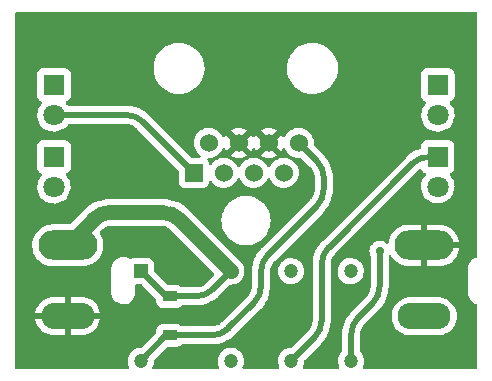
<source format=gbr>
G04 #@! TF.GenerationSoftware,KiCad,Pcbnew,(6.0.6-0)*
G04 #@! TF.CreationDate,2022-11-29T15:01:29-05:00*
G04 #@! TF.ProjectId,Philips CD-i 450 Power Adapter,5068696c-6970-4732-9043-442d69203435,1*
G04 #@! TF.SameCoordinates,Original*
G04 #@! TF.FileFunction,Copper,L2,Bot*
G04 #@! TF.FilePolarity,Positive*
%FSLAX46Y46*%
G04 Gerber Fmt 4.6, Leading zero omitted, Abs format (unit mm)*
G04 Created by KiCad (PCBNEW (6.0.6-0)) date 2022-11-29 15:01:29*
%MOMM*%
%LPD*%
G01*
G04 APERTURE LIST*
G04 #@! TA.AperFunction,ComponentPad*
%ADD10R,1.200000X1.200000*%
G04 #@! TD*
G04 #@! TA.AperFunction,ComponentPad*
%ADD11C,1.200000*%
G04 #@! TD*
G04 #@! TA.AperFunction,ComponentPad*
%ADD12R,1.800000X1.800000*%
G04 #@! TD*
G04 #@! TA.AperFunction,ComponentPad*
%ADD13C,1.800000*%
G04 #@! TD*
G04 #@! TA.AperFunction,ComponentPad*
%ADD14R,1.524000X1.524000*%
G04 #@! TD*
G04 #@! TA.AperFunction,ComponentPad*
%ADD15C,1.524000*%
G04 #@! TD*
G04 #@! TA.AperFunction,ComponentPad*
%ADD16O,5.000000X2.500000*%
G04 #@! TD*
G04 #@! TA.AperFunction,ComponentPad*
%ADD17O,4.500000X2.250000*%
G04 #@! TD*
G04 #@! TA.AperFunction,SMDPad,CuDef*
%ADD18R,1.200000X0.900000*%
G04 #@! TD*
G04 #@! TA.AperFunction,ViaPad*
%ADD19C,0.700000*%
G04 #@! TD*
G04 #@! TA.AperFunction,Conductor*
%ADD20C,0.508000*%
G04 #@! TD*
G04 #@! TA.AperFunction,Conductor*
%ADD21C,0.500000*%
G04 #@! TD*
G04 #@! TA.AperFunction,Conductor*
%ADD22C,1.250000*%
G04 #@! TD*
G04 APERTURE END LIST*
D10*
X130580245Y-108865000D03*
D11*
X130580245Y-116465000D03*
X138205245Y-108865000D03*
X138205245Y-116465000D03*
X143305245Y-108865000D03*
X143305245Y-116465000D03*
X148355245Y-108865000D03*
X148380245Y-116465000D03*
D12*
X123230000Y-99185000D03*
D13*
X123230000Y-101725000D03*
D14*
X135070000Y-100535000D03*
D15*
X136340000Y-97995000D03*
X137610000Y-100535000D03*
X138880000Y-97995000D03*
X140150000Y-100535000D03*
X141420000Y-97995000D03*
X142690000Y-100535000D03*
X143960000Y-97995000D03*
D16*
X154575000Y-106677500D03*
D17*
X154575000Y-112677500D03*
D16*
X124395000Y-106667500D03*
D17*
X124395000Y-112667500D03*
D12*
X155740000Y-93095000D03*
D13*
X155740000Y-95635000D03*
D12*
X123230000Y-93095000D03*
D13*
X123230000Y-95635000D03*
D12*
X155730000Y-99175000D03*
D13*
X155730000Y-101715000D03*
D18*
X133020000Y-110990000D03*
X133020000Y-114290000D03*
D19*
X150800000Y-107170000D03*
X134660000Y-115650000D03*
D20*
X143305245Y-116465000D02*
X145304214Y-114466031D01*
X146475787Y-106864213D02*
X153584214Y-99755786D01*
X145890000Y-113051818D02*
X145890000Y-108278427D01*
X154998427Y-99170000D02*
X155730000Y-99170000D01*
X154998427Y-99170020D02*
G75*
G03*
X153584215Y-99755787I-27J-1999980D01*
G01*
X145890020Y-108278427D02*
G75*
G02*
X146475788Y-106864214I1999980J27D01*
G01*
X145304205Y-114466022D02*
G75*
G03*
X145890000Y-113051818I-1414205J1414222D01*
G01*
X130760787Y-96220787D02*
X135070000Y-100530000D01*
X123230000Y-95635000D02*
X129346573Y-95635000D01*
X129346573Y-95635020D02*
G75*
G02*
X130760786Y-96220788I27J-1999980D01*
G01*
D21*
X148400000Y-114208427D02*
X148400000Y-116450000D01*
X150800000Y-107170000D02*
X150800000Y-110151573D01*
X150214213Y-111565787D02*
X148985786Y-112794214D01*
X150214227Y-111565801D02*
G75*
G03*
X150800000Y-110151573I-1414227J1414201D01*
G01*
X148985772Y-112794200D02*
G75*
G03*
X148400000Y-114208427I1414228J-1414200D01*
G01*
D22*
X133825787Y-104475787D02*
X138210000Y-108860000D01*
X128000927Y-103890000D02*
X132411573Y-103890000D01*
X124395000Y-106667500D02*
X126586714Y-104475786D01*
D20*
X136665787Y-110404213D02*
X138210000Y-108860000D01*
X132860000Y-111100000D02*
X130600000Y-108840000D01*
X133020000Y-110990000D02*
X135251573Y-110990000D01*
X135251573Y-110989980D02*
G75*
G03*
X136665786Y-110404212I27J1999980D01*
G01*
D22*
X133825801Y-104475773D02*
G75*
G03*
X132411573Y-103890000I-1414201J-1414227D01*
G01*
X126586700Y-104475772D02*
G75*
G02*
X128000927Y-103890000I1414200J-1414228D01*
G01*
D20*
X136591573Y-114290000D02*
X133020000Y-114290000D01*
X146070000Y-100933427D02*
X146070000Y-101921573D01*
X140174213Y-111535787D02*
X138005786Y-113704214D01*
X133020000Y-114290000D02*
X132750000Y-114290000D01*
X132750000Y-114290000D02*
X130580000Y-116460000D01*
X140760000Y-108888427D02*
X140760000Y-110121573D01*
X143960000Y-97995000D02*
X145484214Y-99519214D01*
X145484213Y-103335787D02*
X141345786Y-107474214D01*
X140174227Y-111535801D02*
G75*
G03*
X140760000Y-110121573I-1414227J1414201D01*
G01*
X140760020Y-108888427D02*
G75*
G02*
X141345787Y-107474215I1999980J27D01*
G01*
X138005800Y-113704228D02*
G75*
G02*
X136591573Y-114290000I-1414200J1414228D01*
G01*
X145484227Y-103335801D02*
G75*
G03*
X146070000Y-101921573I-1414227J1414201D01*
G01*
X145484228Y-99519200D02*
G75*
G02*
X146070000Y-100933427I-1414228J-1414200D01*
G01*
G04 #@! TA.AperFunction,Conductor*
G36*
X159023621Y-86958502D02*
G01*
X159070114Y-87012158D01*
X159081500Y-87064500D01*
X159081500Y-107588872D01*
X159061498Y-107656993D01*
X159007842Y-107703486D01*
X158991075Y-107709746D01*
X158895381Y-107737910D01*
X158889923Y-107740763D01*
X158889919Y-107740765D01*
X158820106Y-107777263D01*
X158720110Y-107829540D01*
X158565975Y-107953468D01*
X158562011Y-107958192D01*
X158556833Y-107964363D01*
X158438846Y-108104974D01*
X158435879Y-108110372D01*
X158435875Y-108110377D01*
X158361397Y-108245854D01*
X158343567Y-108278287D01*
X158341706Y-108284154D01*
X158341705Y-108284156D01*
X158290842Y-108444496D01*
X158283765Y-108466806D01*
X158266500Y-108620727D01*
X158266500Y-110727269D01*
X158266800Y-110730325D01*
X158266800Y-110730332D01*
X158272537Y-110788840D01*
X158280920Y-110874333D01*
X158338084Y-111063669D01*
X158430934Y-111238296D01*
X158501291Y-111324562D01*
X158552040Y-111386787D01*
X158552043Y-111386790D01*
X158555935Y-111391562D01*
X158560682Y-111395489D01*
X158560684Y-111395491D01*
X158703575Y-111513701D01*
X158703579Y-111513703D01*
X158708325Y-111517630D01*
X158882299Y-111611698D01*
X158948586Y-111632217D01*
X158992759Y-111645891D01*
X159051919Y-111685142D01*
X159080466Y-111750147D01*
X159081500Y-111766256D01*
X159081500Y-117015500D01*
X159061498Y-117083621D01*
X159007842Y-117130114D01*
X158955500Y-117141500D01*
X149486946Y-117141500D01*
X149418825Y-117121498D01*
X149372332Y-117067842D01*
X149362228Y-116997568D01*
X149377011Y-116953937D01*
X149397249Y-116917799D01*
X149399105Y-116912332D01*
X149399107Y-116912327D01*
X149460879Y-116730352D01*
X149460880Y-116730347D01*
X149462735Y-116724883D01*
X149491968Y-116523263D01*
X149493494Y-116465000D01*
X149474853Y-116262126D01*
X149419552Y-116066047D01*
X149408925Y-116044496D01*
X149332001Y-115888510D01*
X149329446Y-115883329D01*
X149311041Y-115858681D01*
X149211003Y-115724715D01*
X149211003Y-115724714D01*
X149207550Y-115720091D01*
X149203313Y-115716175D01*
X149203310Y-115716171D01*
X149198973Y-115712162D01*
X149162527Y-115651235D01*
X149158500Y-115619636D01*
X149158500Y-114264409D01*
X149159493Y-114248618D01*
X149162342Y-114226063D01*
X149163225Y-114219074D01*
X149161225Y-114198680D01*
X149161011Y-114176500D01*
X149162536Y-114157127D01*
X149173004Y-114024085D01*
X149176097Y-114004558D01*
X149216944Y-113834413D01*
X149223054Y-113815610D01*
X149290016Y-113653943D01*
X149298992Y-113636325D01*
X149390415Y-113487133D01*
X149402036Y-113471137D01*
X149494387Y-113363006D01*
X149507328Y-113350660D01*
X149507322Y-113350654D01*
X149512372Y-113345743D01*
X149517937Y-113341426D01*
X149544758Y-113308773D01*
X149553028Y-113299653D01*
X150175181Y-112677500D01*
X151811449Y-112677500D01*
X151831622Y-112933826D01*
X151832776Y-112938633D01*
X151832777Y-112938639D01*
X151864973Y-113072742D01*
X151891645Y-113183840D01*
X151893538Y-113188411D01*
X151893539Y-113188413D01*
X151985208Y-113409721D01*
X151990040Y-113421387D01*
X152124384Y-113640616D01*
X152291369Y-113836131D01*
X152486884Y-114003116D01*
X152706113Y-114137460D01*
X152710683Y-114139353D01*
X152710687Y-114139355D01*
X152939087Y-114233961D01*
X152943660Y-114235855D01*
X152996822Y-114248618D01*
X153188861Y-114294723D01*
X153188867Y-114294724D01*
X153193674Y-114295878D01*
X153278413Y-114302547D01*
X153383363Y-114310807D01*
X153383372Y-114310807D01*
X153385820Y-114311000D01*
X155764180Y-114311000D01*
X155766628Y-114310807D01*
X155766637Y-114310807D01*
X155871587Y-114302547D01*
X155956326Y-114295878D01*
X155961133Y-114294724D01*
X155961139Y-114294723D01*
X156153178Y-114248618D01*
X156206340Y-114235855D01*
X156210913Y-114233961D01*
X156439313Y-114139355D01*
X156439317Y-114139353D01*
X156443887Y-114137460D01*
X156663116Y-114003116D01*
X156858631Y-113836131D01*
X157025616Y-113640616D01*
X157159960Y-113421387D01*
X157164793Y-113409721D01*
X157256461Y-113188413D01*
X157256462Y-113188411D01*
X157258355Y-113183840D01*
X157285027Y-113072742D01*
X157317223Y-112938639D01*
X157317224Y-112938633D01*
X157318378Y-112933826D01*
X157338551Y-112677500D01*
X157318378Y-112421174D01*
X157316135Y-112411829D01*
X157274220Y-112237241D01*
X157258355Y-112171160D01*
X157237320Y-112120376D01*
X157161855Y-111938187D01*
X157161853Y-111938183D01*
X157159960Y-111933613D01*
X157025616Y-111714384D01*
X156858631Y-111518869D01*
X156663116Y-111351884D01*
X156443887Y-111217540D01*
X156439317Y-111215647D01*
X156439313Y-111215645D01*
X156210913Y-111121039D01*
X156210911Y-111121038D01*
X156206340Y-111119145D01*
X156119498Y-111098296D01*
X155961139Y-111060277D01*
X155961133Y-111060276D01*
X155956326Y-111059122D01*
X155850228Y-111050772D01*
X155766637Y-111044193D01*
X155766628Y-111044193D01*
X155764180Y-111044000D01*
X153385820Y-111044000D01*
X153383372Y-111044193D01*
X153383363Y-111044193D01*
X153299772Y-111050772D01*
X153193674Y-111059122D01*
X153188867Y-111060276D01*
X153188861Y-111060277D01*
X153030502Y-111098296D01*
X152943660Y-111119145D01*
X152939089Y-111121038D01*
X152939087Y-111121039D01*
X152710687Y-111215645D01*
X152710683Y-111215647D01*
X152706113Y-111217540D01*
X152486884Y-111351884D01*
X152291369Y-111518869D01*
X152124384Y-111714384D01*
X151990040Y-111933613D01*
X151988147Y-111938183D01*
X151988145Y-111938187D01*
X151912680Y-112120376D01*
X151891645Y-112171160D01*
X151875780Y-112237241D01*
X151833866Y-112411829D01*
X151831622Y-112421174D01*
X151811449Y-112677500D01*
X150175181Y-112677500D01*
X150706605Y-112146076D01*
X150719870Y-112134544D01*
X150735508Y-112122760D01*
X150735512Y-112122756D01*
X150738671Y-112120376D01*
X150753952Y-112105516D01*
X150765901Y-112090548D01*
X150765962Y-112090472D01*
X150771072Y-112084467D01*
X150932858Y-111905959D01*
X150934938Y-111903664D01*
X150936777Y-111901184D01*
X150936783Y-111901177D01*
X151094545Y-111688454D01*
X151096391Y-111685965D01*
X151111240Y-111661191D01*
X151234131Y-111456155D01*
X151234133Y-111456150D01*
X151235728Y-111453490D01*
X151351607Y-111208476D01*
X151442913Y-110953285D01*
X151461721Y-110878194D01*
X151508015Y-110693371D01*
X151508016Y-110693368D01*
X151508766Y-110690372D01*
X151512654Y-110664164D01*
X151548078Y-110425333D01*
X151548078Y-110425330D01*
X151548532Y-110422271D01*
X151554278Y-110305286D01*
X151556822Y-110253477D01*
X151557414Y-110247572D01*
X151557808Y-110245963D01*
X151558500Y-110234809D01*
X151558500Y-110222390D01*
X151558652Y-110216208D01*
X151559307Y-110202873D01*
X151560381Y-110191522D01*
X151562451Y-110176792D01*
X151562451Y-110176787D01*
X151563001Y-110172876D01*
X151563299Y-110151563D01*
X151559285Y-110115780D01*
X151558500Y-110101734D01*
X151558500Y-107611588D01*
X151578502Y-107543467D01*
X151632158Y-107496974D01*
X151702432Y-107486870D01*
X151767012Y-107516364D01*
X151789872Y-107542503D01*
X151923808Y-107746791D01*
X151929491Y-107754196D01*
X152097249Y-107942154D01*
X152103965Y-107948639D01*
X152297666Y-108109739D01*
X152305258Y-108115154D01*
X152520646Y-108245854D01*
X152528963Y-108250092D01*
X152761299Y-108347519D01*
X152770149Y-108350480D01*
X153014331Y-108412494D01*
X153023528Y-108414116D01*
X153232753Y-108435184D01*
X153239045Y-108435500D01*
X154302885Y-108435500D01*
X154318124Y-108431025D01*
X154319329Y-108429635D01*
X154321000Y-108421952D01*
X154321000Y-108417385D01*
X154829000Y-108417385D01*
X154833475Y-108432624D01*
X154834865Y-108433829D01*
X154842548Y-108435500D01*
X155888998Y-108435500D01*
X155893673Y-108435327D01*
X156080926Y-108421412D01*
X156090132Y-108420036D01*
X156335874Y-108364429D01*
X156344785Y-108361705D01*
X156579608Y-108270388D01*
X156588017Y-108266377D01*
X156806760Y-108141354D01*
X156814486Y-108136143D01*
X157012350Y-107980159D01*
X157019218Y-107973866D01*
X157191848Y-107790356D01*
X157197722Y-107783102D01*
X157341327Y-107576097D01*
X157346060Y-107568062D01*
X157457495Y-107342093D01*
X157460983Y-107333460D01*
X157537793Y-107093506D01*
X157539973Y-107084424D01*
X157561967Y-106949380D01*
X157560271Y-106935786D01*
X157546161Y-106931500D01*
X154847115Y-106931500D01*
X154831876Y-106935975D01*
X154830671Y-106937365D01*
X154829000Y-106945048D01*
X154829000Y-108417385D01*
X154321000Y-108417385D01*
X154321000Y-106405385D01*
X154829000Y-106405385D01*
X154833475Y-106420624D01*
X154834865Y-106421829D01*
X154842548Y-106423500D01*
X157546606Y-106423500D01*
X157560290Y-106419482D01*
X157562311Y-106405790D01*
X157550036Y-106315596D01*
X157548098Y-106306478D01*
X157477596Y-106064598D01*
X157474333Y-106055867D01*
X157368849Y-105827058D01*
X157364330Y-105818906D01*
X157226192Y-105608209D01*
X157220509Y-105600804D01*
X157052751Y-105412846D01*
X157046035Y-105406361D01*
X156852334Y-105245261D01*
X156844742Y-105239846D01*
X156629354Y-105109146D01*
X156621037Y-105104908D01*
X156388701Y-105007481D01*
X156379851Y-105004520D01*
X156135669Y-104942506D01*
X156126472Y-104940884D01*
X155917247Y-104919816D01*
X155910955Y-104919500D01*
X154847115Y-104919500D01*
X154831876Y-104923975D01*
X154830671Y-104925365D01*
X154829000Y-104933048D01*
X154829000Y-106405385D01*
X154321000Y-106405385D01*
X154321000Y-104937615D01*
X154316525Y-104922376D01*
X154315135Y-104921171D01*
X154307452Y-104919500D01*
X153261002Y-104919500D01*
X153256327Y-104919673D01*
X153069074Y-104933588D01*
X153059868Y-104934964D01*
X152814126Y-104990571D01*
X152805215Y-104993295D01*
X152570392Y-105084612D01*
X152561983Y-105088623D01*
X152343240Y-105213646D01*
X152335514Y-105218857D01*
X152137650Y-105374841D01*
X152130782Y-105381134D01*
X151958152Y-105564644D01*
X151952278Y-105571898D01*
X151808673Y-105778903D01*
X151803940Y-105786938D01*
X151692505Y-106012907D01*
X151689017Y-106021540D01*
X151612205Y-106261502D01*
X151610029Y-106270562D01*
X151580648Y-106450967D01*
X151549956Y-106514987D01*
X151489524Y-106552250D01*
X151418540Y-106550926D01*
X151378091Y-106527838D01*
X151377613Y-106528496D01*
X151236957Y-106426303D01*
X151236956Y-106426302D01*
X151231615Y-106422422D01*
X151225587Y-106419738D01*
X151225585Y-106419737D01*
X151072783Y-106351705D01*
X151072781Y-106351705D01*
X151066752Y-106349020D01*
X150978492Y-106330260D01*
X150896689Y-106312872D01*
X150896685Y-106312872D01*
X150890232Y-106311500D01*
X150709768Y-106311500D01*
X150703315Y-106312872D01*
X150703311Y-106312872D01*
X150621508Y-106330260D01*
X150533248Y-106349020D01*
X150527219Y-106351704D01*
X150527217Y-106351705D01*
X150374416Y-106419737D01*
X150374414Y-106419738D01*
X150368386Y-106422422D01*
X150363045Y-106426302D01*
X150363044Y-106426303D01*
X150227731Y-106524613D01*
X150227729Y-106524615D01*
X150222387Y-106528496D01*
X150217966Y-106533406D01*
X150217965Y-106533407D01*
X150146107Y-106613214D01*
X150101633Y-106662607D01*
X150011401Y-106818893D01*
X150009359Y-106825178D01*
X149972908Y-106937365D01*
X149955635Y-106990525D01*
X149936771Y-107170000D01*
X149955635Y-107349475D01*
X149957675Y-107355753D01*
X149957675Y-107355754D01*
X149988825Y-107451625D01*
X150011401Y-107521107D01*
X150024620Y-107544002D01*
X150041500Y-107607001D01*
X150041500Y-110095591D01*
X150040507Y-110111382D01*
X150036775Y-110140926D01*
X150037463Y-110147940D01*
X150038775Y-110161317D01*
X150038989Y-110183498D01*
X150029406Y-110305286D01*
X150026996Y-110335913D01*
X150023903Y-110355442D01*
X149983055Y-110525591D01*
X149976947Y-110544391D01*
X149909983Y-110706061D01*
X149901011Y-110723671D01*
X149812445Y-110868199D01*
X149809585Y-110872867D01*
X149797964Y-110888863D01*
X149705612Y-110996995D01*
X149692668Y-111009343D01*
X149692675Y-111009350D01*
X149687631Y-111014255D01*
X149682062Y-111018575D01*
X149677592Y-111024017D01*
X149677591Y-111024018D01*
X149655238Y-111051232D01*
X149646967Y-111060352D01*
X148493394Y-112213925D01*
X148480129Y-112225457D01*
X148464491Y-112237241D01*
X148464487Y-112237245D01*
X148461328Y-112239625D01*
X148446047Y-112254485D01*
X148443590Y-112257563D01*
X148443580Y-112257574D01*
X148434032Y-112269536D01*
X148428938Y-112275523D01*
X148265061Y-112456338D01*
X148103608Y-112674036D01*
X147964271Y-112906511D01*
X147848392Y-113151524D01*
X147757087Y-113406716D01*
X147756336Y-113409715D01*
X147756334Y-113409721D01*
X147699557Y-113636399D01*
X147691234Y-113669628D01*
X147690782Y-113672678D01*
X147690780Y-113672686D01*
X147656071Y-113906696D01*
X147651468Y-113937729D01*
X147651316Y-113940814D01*
X147651316Y-113940819D01*
X147643178Y-114106523D01*
X147642586Y-114112428D01*
X147642192Y-114114037D01*
X147641500Y-114125191D01*
X147641500Y-114137610D01*
X147641348Y-114143792D01*
X147640693Y-114157127D01*
X147639619Y-114168478D01*
X147636999Y-114187124D01*
X147636701Y-114208437D01*
X147638389Y-114223484D01*
X147640715Y-114244220D01*
X147641500Y-114258266D01*
X147641500Y-115581284D01*
X147621498Y-115649405D01*
X147598577Y-115676016D01*
X147577069Y-115694878D01*
X147577065Y-115694882D01*
X147572723Y-115698690D01*
X147569148Y-115703225D01*
X147569147Y-115703226D01*
X147540485Y-115739584D01*
X147446596Y-115858681D01*
X147351737Y-116038978D01*
X147291323Y-116233543D01*
X147267377Y-116435859D01*
X147280702Y-116639151D01*
X147330850Y-116836610D01*
X147333269Y-116841857D01*
X147389001Y-116962749D01*
X147399356Y-117032986D01*
X147370093Y-117097672D01*
X147310505Y-117136269D01*
X147274575Y-117141500D01*
X144411946Y-117141500D01*
X144343825Y-117121498D01*
X144297332Y-117067842D01*
X144287228Y-116997568D01*
X144302011Y-116953937D01*
X144322249Y-116917799D01*
X144324105Y-116912332D01*
X144324107Y-116912327D01*
X144385879Y-116730352D01*
X144385880Y-116730347D01*
X144387735Y-116724883D01*
X144416968Y-116523263D01*
X144418117Y-116479400D01*
X144439896Y-116411826D01*
X144454979Y-116393604D01*
X145799227Y-115049356D01*
X145812494Y-115037822D01*
X145831430Y-115023553D01*
X145846791Y-115008615D01*
X145859326Y-114992912D01*
X145864432Y-114986912D01*
X146025926Y-114808734D01*
X146025927Y-114808733D01*
X146028006Y-114806439D01*
X146189695Y-114588429D01*
X146329237Y-114355622D01*
X146430891Y-114140696D01*
X146443963Y-114113059D01*
X146443965Y-114113054D01*
X146445288Y-114110257D01*
X146519021Y-113904192D01*
X146535687Y-113857616D01*
X146535689Y-113857609D01*
X146536730Y-113854700D01*
X146541382Y-113836131D01*
X146601934Y-113594399D01*
X146602683Y-113591409D01*
X146612164Y-113527500D01*
X146620492Y-113471358D01*
X146642511Y-113322923D01*
X146643207Y-113308773D01*
X146649240Y-113185993D01*
X146650794Y-113154373D01*
X146651395Y-113148377D01*
X146651804Y-113146706D01*
X146652500Y-113135488D01*
X146652500Y-113122734D01*
X146652652Y-113116548D01*
X146653292Y-113103528D01*
X146654366Y-113092180D01*
X146656474Y-113077178D01*
X146656474Y-113077177D01*
X146657026Y-113073250D01*
X146657325Y-113051825D01*
X146653285Y-113015805D01*
X146652500Y-113001761D01*
X146652500Y-108835859D01*
X147242377Y-108835859D01*
X147255702Y-109039151D01*
X147305850Y-109236610D01*
X147391143Y-109421624D01*
X147508724Y-109587997D01*
X147512858Y-109592024D01*
X147630995Y-109707108D01*
X147654655Y-109730157D01*
X147659451Y-109733362D01*
X147659454Y-109733364D01*
X147727394Y-109778760D01*
X147824048Y-109843342D01*
X147829351Y-109845620D01*
X147829354Y-109845622D01*
X148005925Y-109921483D01*
X148011232Y-109923763D01*
X148084062Y-109940243D01*
X148204300Y-109967450D01*
X148204305Y-109967451D01*
X148209937Y-109968725D01*
X148215708Y-109968952D01*
X148215710Y-109968952D01*
X148278715Y-109971427D01*
X148413508Y-109976723D01*
X148615128Y-109947490D01*
X148620592Y-109945635D01*
X148620597Y-109945634D01*
X148802572Y-109883862D01*
X148802577Y-109883860D01*
X148808044Y-109882004D01*
X148985796Y-109782458D01*
X149142431Y-109652186D01*
X149272703Y-109495551D01*
X149372249Y-109317799D01*
X149374105Y-109312332D01*
X149374107Y-109312327D01*
X149435879Y-109130352D01*
X149435880Y-109130347D01*
X149437735Y-109124883D01*
X149466968Y-108923263D01*
X149468494Y-108865000D01*
X149455289Y-108721289D01*
X149450382Y-108667880D01*
X149450381Y-108667877D01*
X149449853Y-108662126D01*
X149440236Y-108628026D01*
X149396120Y-108471606D01*
X149396119Y-108471604D01*
X149394552Y-108466047D01*
X149387101Y-108450936D01*
X149307001Y-108288510D01*
X149304446Y-108283329D01*
X149294783Y-108270388D01*
X149186003Y-108124715D01*
X149186003Y-108124714D01*
X149182550Y-108120091D01*
X149078937Y-108024312D01*
X149037188Y-107985719D01*
X149037185Y-107985717D01*
X149032948Y-107981800D01*
X148954837Y-107932516D01*
X148865533Y-107876169D01*
X148865528Y-107876167D01*
X148860649Y-107873088D01*
X148671425Y-107797595D01*
X148471611Y-107757849D01*
X148465837Y-107757773D01*
X148465833Y-107757773D01*
X148362697Y-107756424D01*
X148267900Y-107755183D01*
X148262203Y-107756162D01*
X148262202Y-107756162D01*
X148105420Y-107783102D01*
X148067115Y-107789684D01*
X147875979Y-107860198D01*
X147871018Y-107863150D01*
X147871017Y-107863150D01*
X147725702Y-107949604D01*
X147700894Y-107964363D01*
X147547723Y-108098690D01*
X147544156Y-108103215D01*
X147544151Y-108103220D01*
X147473518Y-108192818D01*
X147421596Y-108258681D01*
X147418907Y-108263792D01*
X147418905Y-108263795D01*
X147385858Y-108326608D01*
X147326737Y-108438978D01*
X147266323Y-108633543D01*
X147242377Y-108835859D01*
X146652500Y-108835859D01*
X146652500Y-108334664D01*
X146653493Y-108318874D01*
X146656367Y-108296119D01*
X146657250Y-108289131D01*
X146656563Y-108282124D01*
X146656563Y-108282118D01*
X146655245Y-108268677D01*
X146655032Y-108246499D01*
X146666306Y-108103220D01*
X146666975Y-108094714D01*
X146670068Y-108075187D01*
X146680065Y-108033547D01*
X146696704Y-107964236D01*
X146710768Y-107905652D01*
X146716877Y-107886849D01*
X146727916Y-107860198D01*
X146783599Y-107725764D01*
X146792572Y-107708153D01*
X146883670Y-107559492D01*
X146895291Y-107543497D01*
X146987183Y-107435902D01*
X147000132Y-107423549D01*
X147000126Y-107423543D01*
X147005181Y-107418627D01*
X147010744Y-107414312D01*
X147037730Y-107381458D01*
X147046000Y-107372338D01*
X154083607Y-100334731D01*
X154095476Y-100324266D01*
X154113593Y-100310213D01*
X154119160Y-100305895D01*
X154132274Y-100289930D01*
X154147809Y-100274095D01*
X154172998Y-100252582D01*
X154237788Y-100223551D01*
X154307987Y-100234158D01*
X154361309Y-100281033D01*
X154372809Y-100304164D01*
X154379385Y-100321705D01*
X154466739Y-100438261D01*
X154583295Y-100525615D01*
X154591704Y-100528767D01*
X154591705Y-100528768D01*
X154651164Y-100551058D01*
X154707929Y-100593699D01*
X154732629Y-100660261D01*
X154717422Y-100729609D01*
X154698029Y-100756091D01*
X154631639Y-100825564D01*
X154628725Y-100829836D01*
X154628724Y-100829837D01*
X154574948Y-100908670D01*
X154501119Y-101016899D01*
X154403602Y-101226981D01*
X154341707Y-101450169D01*
X154317095Y-101680469D01*
X154317392Y-101685622D01*
X154317392Y-101685625D01*
X154328211Y-101873265D01*
X154330427Y-101911697D01*
X154331564Y-101916743D01*
X154331565Y-101916749D01*
X154354766Y-102019696D01*
X154381346Y-102137642D01*
X154383288Y-102142424D01*
X154383289Y-102142428D01*
X154448895Y-102303995D01*
X154468484Y-102352237D01*
X154589501Y-102549719D01*
X154741147Y-102724784D01*
X154919349Y-102872730D01*
X155119322Y-102989584D01*
X155124147Y-102991426D01*
X155124148Y-102991427D01*
X155198665Y-103019883D01*
X155335694Y-103072209D01*
X155340760Y-103073240D01*
X155340761Y-103073240D01*
X155389913Y-103083240D01*
X155562656Y-103118385D01*
X155692607Y-103123150D01*
X155788949Y-103126683D01*
X155788953Y-103126683D01*
X155794113Y-103126872D01*
X155799233Y-103126216D01*
X155799235Y-103126216D01*
X155872270Y-103116860D01*
X156023847Y-103097442D01*
X156028795Y-103095957D01*
X156028802Y-103095956D01*
X156240747Y-103032369D01*
X156245690Y-103030886D01*
X156250324Y-103028616D01*
X156449049Y-102931262D01*
X156449052Y-102931260D01*
X156453684Y-102928991D01*
X156642243Y-102794494D01*
X156806303Y-102631005D01*
X156813130Y-102621505D01*
X156831588Y-102595817D01*
X156941458Y-102442917D01*
X156981333Y-102362237D01*
X157041784Y-102239922D01*
X157041785Y-102239920D01*
X157044078Y-102235280D01*
X157111408Y-102013671D01*
X157141640Y-101784041D01*
X157142842Y-101734863D01*
X157143245Y-101718365D01*
X157143245Y-101718361D01*
X157143327Y-101715000D01*
X157128553Y-101535297D01*
X157124773Y-101489318D01*
X157124772Y-101489312D01*
X157124349Y-101484167D01*
X157091850Y-101354781D01*
X157069184Y-101264544D01*
X157069183Y-101264540D01*
X157067925Y-101259533D01*
X157065866Y-101254797D01*
X156977630Y-101051868D01*
X156977628Y-101051865D01*
X156975570Y-101047131D01*
X156849764Y-100852665D01*
X156846282Y-100848838D01*
X156759848Y-100753848D01*
X156728796Y-100690002D01*
X156737192Y-100619504D01*
X156782369Y-100564736D01*
X156808812Y-100551067D01*
X156868297Y-100528767D01*
X156876705Y-100525615D01*
X156993261Y-100438261D01*
X157080615Y-100321705D01*
X157131745Y-100185316D01*
X157138500Y-100123134D01*
X157138500Y-98226866D01*
X157131745Y-98164684D01*
X157080615Y-98028295D01*
X156993261Y-97911739D01*
X156876705Y-97824385D01*
X156740316Y-97773255D01*
X156678134Y-97766500D01*
X154781866Y-97766500D01*
X154719684Y-97773255D01*
X154583295Y-97824385D01*
X154466739Y-97911739D01*
X154379385Y-98028295D01*
X154328255Y-98164684D01*
X154321500Y-98226866D01*
X154321500Y-98393396D01*
X154301498Y-98461517D01*
X154247842Y-98508010D01*
X154226123Y-98515618D01*
X154195559Y-98523273D01*
X154067779Y-98568992D01*
X153942913Y-98613668D01*
X153942906Y-98613671D01*
X153939999Y-98614711D01*
X153937203Y-98616033D01*
X153937199Y-98616035D01*
X153902014Y-98632676D01*
X153694633Y-98730757D01*
X153461822Y-98870295D01*
X153459341Y-98872135D01*
X153246297Y-99030135D01*
X153246290Y-99030141D01*
X153243810Y-99031980D01*
X153118766Y-99145311D01*
X153114111Y-99149116D01*
X153112633Y-99150013D01*
X153104209Y-99157453D01*
X153095193Y-99166469D01*
X153090714Y-99170734D01*
X153081052Y-99179491D01*
X153072265Y-99186759D01*
X153057000Y-99198262D01*
X153041639Y-99213200D01*
X153039173Y-99216289D01*
X153019023Y-99241530D01*
X153009647Y-99252015D01*
X145980770Y-106280892D01*
X145967504Y-106292425D01*
X145951717Y-106304321D01*
X145951712Y-106304325D01*
X145948562Y-106306699D01*
X145933201Y-106321637D01*
X145920762Y-106337219D01*
X145915673Y-106343200D01*
X145751981Y-106523808D01*
X145590296Y-106741821D01*
X145588702Y-106744481D01*
X145588701Y-106744482D01*
X145468489Y-106945048D01*
X145450757Y-106974632D01*
X145334711Y-107219999D01*
X145243273Y-107475559D01*
X145242522Y-107478558D01*
X145242520Y-107478564D01*
X145193617Y-107673809D01*
X145177326Y-107738851D01*
X145176871Y-107741920D01*
X145176870Y-107741924D01*
X145169931Y-107788705D01*
X145137503Y-108007339D01*
X145137351Y-108010430D01*
X145137351Y-108010432D01*
X145129235Y-108175682D01*
X145128621Y-108181804D01*
X145128196Y-108183539D01*
X145127500Y-108194757D01*
X145127500Y-108207918D01*
X145127348Y-108214101D01*
X145126738Y-108226517D01*
X145125664Y-108237867D01*
X145122974Y-108257012D01*
X145122843Y-108266377D01*
X145122735Y-108274156D01*
X145122675Y-108278437D01*
X145123116Y-108282364D01*
X145123116Y-108282373D01*
X145126715Y-108314450D01*
X145127500Y-108328497D01*
X145127500Y-112995575D01*
X145126506Y-113011367D01*
X145122750Y-113041097D01*
X145123437Y-113048105D01*
X145123437Y-113048117D01*
X145124766Y-113061664D01*
X145124979Y-113083848D01*
X145113041Y-113235510D01*
X145109948Y-113255038D01*
X145069245Y-113424571D01*
X145063136Y-113443374D01*
X144996411Y-113604461D01*
X144987434Y-113622079D01*
X144896333Y-113770739D01*
X144884711Y-113786734D01*
X144792777Y-113894373D01*
X144779871Y-113906685D01*
X144779882Y-113906696D01*
X144774833Y-113911606D01*
X144769266Y-113915924D01*
X144764795Y-113921367D01*
X144764794Y-113921368D01*
X144742270Y-113948789D01*
X144734001Y-113957907D01*
X143372779Y-115319128D01*
X143310467Y-115353154D01*
X143282036Y-115356022D01*
X143251186Y-115355619D01*
X143217900Y-115355183D01*
X143212203Y-115356162D01*
X143212202Y-115356162D01*
X143022812Y-115388705D01*
X143017115Y-115389684D01*
X142825979Y-115460198D01*
X142650894Y-115564363D01*
X142497723Y-115698690D01*
X142494156Y-115703215D01*
X142494151Y-115703220D01*
X142407576Y-115813040D01*
X142371596Y-115858681D01*
X142276737Y-116038978D01*
X142216323Y-116233543D01*
X142192377Y-116435859D01*
X142205702Y-116639151D01*
X142255850Y-116836610D01*
X142258269Y-116841857D01*
X142314001Y-116962749D01*
X142324356Y-117032986D01*
X142295093Y-117097672D01*
X142235505Y-117136269D01*
X142199575Y-117141500D01*
X139311946Y-117141500D01*
X139243825Y-117121498D01*
X139197332Y-117067842D01*
X139187228Y-116997568D01*
X139202011Y-116953937D01*
X139222249Y-116917799D01*
X139224105Y-116912332D01*
X139224107Y-116912327D01*
X139285879Y-116730352D01*
X139285880Y-116730347D01*
X139287735Y-116724883D01*
X139316968Y-116523263D01*
X139318494Y-116465000D01*
X139299853Y-116262126D01*
X139244552Y-116066047D01*
X139233925Y-116044496D01*
X139157001Y-115888510D01*
X139154446Y-115883329D01*
X139136041Y-115858681D01*
X139036003Y-115724715D01*
X139036003Y-115724714D01*
X139032550Y-115720091D01*
X138882948Y-115581800D01*
X138836920Y-115552759D01*
X138715533Y-115476169D01*
X138715528Y-115476167D01*
X138710649Y-115473088D01*
X138521425Y-115397595D01*
X138321611Y-115357849D01*
X138315837Y-115357773D01*
X138315833Y-115357773D01*
X138212697Y-115356424D01*
X138117900Y-115355183D01*
X138112203Y-115356162D01*
X138112202Y-115356162D01*
X137922812Y-115388705D01*
X137917115Y-115389684D01*
X137725979Y-115460198D01*
X137550894Y-115564363D01*
X137397723Y-115698690D01*
X137394156Y-115703215D01*
X137394151Y-115703220D01*
X137307576Y-115813040D01*
X137271596Y-115858681D01*
X137176737Y-116038978D01*
X137116323Y-116233543D01*
X137092377Y-116435859D01*
X137105702Y-116639151D01*
X137155850Y-116836610D01*
X137158269Y-116841857D01*
X137214001Y-116962749D01*
X137224356Y-117032986D01*
X137195093Y-117097672D01*
X137135505Y-117136269D01*
X137099575Y-117141500D01*
X131686946Y-117141500D01*
X131618825Y-117121498D01*
X131572332Y-117067842D01*
X131562228Y-116997568D01*
X131577011Y-116953937D01*
X131597249Y-116917799D01*
X131599105Y-116912332D01*
X131599107Y-116912327D01*
X131660879Y-116730352D01*
X131660880Y-116730347D01*
X131662735Y-116724883D01*
X131691968Y-116523263D01*
X131693258Y-116474014D01*
X131715037Y-116406440D01*
X131730120Y-116388218D01*
X132832933Y-115285405D01*
X132895245Y-115251379D01*
X132922028Y-115248500D01*
X133668134Y-115248500D01*
X133730316Y-115241745D01*
X133866705Y-115190615D01*
X133983261Y-115103261D01*
X133988642Y-115096081D01*
X133994992Y-115089731D01*
X133997641Y-115092380D01*
X134040289Y-115060448D01*
X134084331Y-115052500D01*
X136529129Y-115052500D01*
X136546654Y-115053725D01*
X136570138Y-115057026D01*
X136583513Y-115057213D01*
X136587615Y-115057270D01*
X136587617Y-115057270D01*
X136591563Y-115057325D01*
X136611338Y-115055107D01*
X136619185Y-115054475D01*
X136784692Y-115046347D01*
X136859570Y-115042669D01*
X136859572Y-115042669D01*
X136862663Y-115042517D01*
X137037765Y-115016545D01*
X137128080Y-115003150D01*
X137128084Y-115003149D01*
X137131153Y-115002694D01*
X137134161Y-115001941D01*
X137134164Y-115001940D01*
X137391440Y-114937499D01*
X137391441Y-114937499D01*
X137394446Y-114936746D01*
X137650008Y-114845308D01*
X137895377Y-114729261D01*
X137898037Y-114727666D01*
X137898042Y-114727664D01*
X138125528Y-114591317D01*
X138125529Y-114591316D01*
X138128189Y-114589722D01*
X138154164Y-114570458D01*
X138343716Y-114429880D01*
X138343723Y-114429874D01*
X138346203Y-114428035D01*
X138471375Y-114314588D01*
X138475955Y-114310844D01*
X138477367Y-114309987D01*
X138485791Y-114302547D01*
X138494533Y-114293805D01*
X138499015Y-114289537D01*
X138509120Y-114280379D01*
X138517904Y-114273114D01*
X138529835Y-114264123D01*
X138529836Y-114264123D01*
X138533000Y-114261738D01*
X138548361Y-114246800D01*
X138570977Y-114218470D01*
X138580353Y-114207985D01*
X140669230Y-112119108D01*
X140682496Y-112107575D01*
X140698283Y-112095679D01*
X140698288Y-112095675D01*
X140701438Y-112093301D01*
X140716799Y-112078363D01*
X140729013Y-112063063D01*
X140734121Y-112057060D01*
X140895953Y-111878500D01*
X140898034Y-111876204D01*
X140899873Y-111873724D01*
X140899879Y-111873717D01*
X141057875Y-111660679D01*
X141059721Y-111658190D01*
X141199260Y-111425378D01*
X141213396Y-111395491D01*
X141313984Y-111182809D01*
X141313986Y-111182804D01*
X141315308Y-111180009D01*
X141352267Y-111076713D01*
X141367370Y-111034500D01*
X141406746Y-110924447D01*
X141409622Y-110912967D01*
X141471940Y-110664164D01*
X141471941Y-110664161D01*
X141472694Y-110661153D01*
X141512517Y-110392663D01*
X141520795Y-110224118D01*
X141521396Y-110218127D01*
X141521804Y-110216461D01*
X141522500Y-110205243D01*
X141522500Y-110192494D01*
X141522652Y-110186312D01*
X141523293Y-110173263D01*
X141524367Y-110161913D01*
X141526474Y-110146920D01*
X141526475Y-110146912D01*
X141527026Y-110142988D01*
X141527325Y-110121563D01*
X141526884Y-110117636D01*
X141526884Y-110117627D01*
X141523285Y-110085550D01*
X141522500Y-110071503D01*
X141522500Y-108944664D01*
X141523493Y-108928874D01*
X141526367Y-108906119D01*
X141527250Y-108899131D01*
X141526563Y-108892124D01*
X141526563Y-108892118D01*
X141525245Y-108878677D01*
X141525032Y-108856499D01*
X141526656Y-108835859D01*
X142192377Y-108835859D01*
X142205702Y-109039151D01*
X142255850Y-109236610D01*
X142341143Y-109421624D01*
X142458724Y-109587997D01*
X142462858Y-109592024D01*
X142580995Y-109707108D01*
X142604655Y-109730157D01*
X142609451Y-109733362D01*
X142609454Y-109733364D01*
X142677394Y-109778760D01*
X142774048Y-109843342D01*
X142779351Y-109845620D01*
X142779354Y-109845622D01*
X142955925Y-109921483D01*
X142961232Y-109923763D01*
X143034062Y-109940243D01*
X143154300Y-109967450D01*
X143154305Y-109967451D01*
X143159937Y-109968725D01*
X143165708Y-109968952D01*
X143165710Y-109968952D01*
X143228715Y-109971427D01*
X143363508Y-109976723D01*
X143565128Y-109947490D01*
X143570592Y-109945635D01*
X143570597Y-109945634D01*
X143752572Y-109883862D01*
X143752577Y-109883860D01*
X143758044Y-109882004D01*
X143935796Y-109782458D01*
X144092431Y-109652186D01*
X144222703Y-109495551D01*
X144322249Y-109317799D01*
X144324105Y-109312332D01*
X144324107Y-109312327D01*
X144385879Y-109130352D01*
X144385880Y-109130347D01*
X144387735Y-109124883D01*
X144416968Y-108923263D01*
X144418494Y-108865000D01*
X144405289Y-108721289D01*
X144400382Y-108667880D01*
X144400381Y-108667877D01*
X144399853Y-108662126D01*
X144390236Y-108628026D01*
X144346120Y-108471606D01*
X144346119Y-108471604D01*
X144344552Y-108466047D01*
X144337101Y-108450936D01*
X144257001Y-108288510D01*
X144254446Y-108283329D01*
X144244783Y-108270388D01*
X144136003Y-108124715D01*
X144136003Y-108124714D01*
X144132550Y-108120091D01*
X144028937Y-108024312D01*
X143987188Y-107985719D01*
X143987185Y-107985717D01*
X143982948Y-107981800D01*
X143904837Y-107932516D01*
X143815533Y-107876169D01*
X143815528Y-107876167D01*
X143810649Y-107873088D01*
X143621425Y-107797595D01*
X143421611Y-107757849D01*
X143415837Y-107757773D01*
X143415833Y-107757773D01*
X143312697Y-107756424D01*
X143217900Y-107755183D01*
X143212203Y-107756162D01*
X143212202Y-107756162D01*
X143055420Y-107783102D01*
X143017115Y-107789684D01*
X142825979Y-107860198D01*
X142821018Y-107863150D01*
X142821017Y-107863150D01*
X142675702Y-107949604D01*
X142650894Y-107964363D01*
X142497723Y-108098690D01*
X142494156Y-108103215D01*
X142494151Y-108103220D01*
X142423518Y-108192818D01*
X142371596Y-108258681D01*
X142368907Y-108263792D01*
X142368905Y-108263795D01*
X142335858Y-108326608D01*
X142276737Y-108438978D01*
X142216323Y-108633543D01*
X142192377Y-108835859D01*
X141526656Y-108835859D01*
X141536975Y-108704716D01*
X141540068Y-108685187D01*
X141557098Y-108614251D01*
X141579349Y-108521562D01*
X141580768Y-108515652D01*
X141586877Y-108496849D01*
X141593580Y-108480667D01*
X141653599Y-108335764D01*
X141662572Y-108318153D01*
X141666525Y-108311703D01*
X141753667Y-108169496D01*
X141765288Y-108153500D01*
X141783847Y-108131770D01*
X141857191Y-108045894D01*
X141870134Y-108033547D01*
X141870128Y-108033541D01*
X141875181Y-108028627D01*
X141880743Y-108024312D01*
X141907734Y-107991452D01*
X141915996Y-107982342D01*
X145979230Y-103919108D01*
X145992496Y-103907575D01*
X146008283Y-103895679D01*
X146008288Y-103895675D01*
X146011438Y-103893301D01*
X146026799Y-103878363D01*
X146039013Y-103863063D01*
X146044121Y-103857060D01*
X146183491Y-103703284D01*
X146208034Y-103676204D01*
X146209873Y-103673724D01*
X146209879Y-103673717D01*
X146364796Y-103464831D01*
X146369721Y-103458190D01*
X146509260Y-103225378D01*
X146551120Y-103136872D01*
X146623984Y-102982809D01*
X146623986Y-102982804D01*
X146625308Y-102980009D01*
X146639172Y-102941262D01*
X146671027Y-102852228D01*
X146716746Y-102724447D01*
X146717641Y-102720877D01*
X146781940Y-102464164D01*
X146781941Y-102464161D01*
X146782694Y-102461153D01*
X146822517Y-102192663D01*
X146830795Y-102024118D01*
X146831396Y-102018127D01*
X146831804Y-102016461D01*
X146832500Y-102005243D01*
X146832500Y-101992494D01*
X146832652Y-101986312D01*
X146833293Y-101973263D01*
X146834367Y-101961913D01*
X146836474Y-101946920D01*
X146836475Y-101946912D01*
X146837026Y-101942988D01*
X146837325Y-101921563D01*
X146836884Y-101917636D01*
X146836884Y-101917627D01*
X146833285Y-101885550D01*
X146832500Y-101871503D01*
X146832500Y-100995871D01*
X146833725Y-100978346D01*
X146837026Y-100954862D01*
X146837325Y-100933437D01*
X146835107Y-100913662D01*
X146834475Y-100905809D01*
X146832570Y-100867009D01*
X146822517Y-100662337D01*
X146782694Y-100393847D01*
X146781738Y-100390028D01*
X146717499Y-100133560D01*
X146717499Y-100133559D01*
X146716746Y-100130554D01*
X146625308Y-99874992D01*
X146509261Y-99629623D01*
X146468683Y-99561920D01*
X146371317Y-99399472D01*
X146371316Y-99399471D01*
X146369722Y-99396811D01*
X146294994Y-99296050D01*
X146209880Y-99181284D01*
X146209874Y-99181277D01*
X146208035Y-99178797D01*
X146094576Y-99053612D01*
X146090847Y-99049051D01*
X146089987Y-99047633D01*
X146082546Y-99039209D01*
X146073815Y-99030478D01*
X146069547Y-99025996D01*
X146060379Y-99015880D01*
X146053114Y-99007096D01*
X146044123Y-98995165D01*
X146044123Y-98995164D01*
X146041738Y-98992000D01*
X146026800Y-98976639D01*
X145998465Y-98954019D01*
X145987980Y-98944643D01*
X145261050Y-98217713D01*
X145227024Y-98155401D01*
X145224624Y-98117637D01*
X145234874Y-98000476D01*
X145234874Y-98000475D01*
X145235353Y-97995000D01*
X145215978Y-97773537D01*
X145158440Y-97558804D01*
X145116081Y-97467965D01*
X145066814Y-97362311D01*
X145066811Y-97362306D01*
X145064488Y-97357324D01*
X145061331Y-97352815D01*
X144940136Y-97179730D01*
X144940134Y-97179727D01*
X144936977Y-97175219D01*
X144779781Y-97018023D01*
X144775273Y-97014866D01*
X144775270Y-97014864D01*
X144683900Y-96950886D01*
X144597677Y-96890512D01*
X144592695Y-96888189D01*
X144592690Y-96888186D01*
X144401178Y-96798883D01*
X144401177Y-96798882D01*
X144396196Y-96796560D01*
X144390888Y-96795138D01*
X144390886Y-96795137D01*
X144325051Y-96777497D01*
X144181463Y-96739022D01*
X143960000Y-96719647D01*
X143738537Y-96739022D01*
X143594949Y-96777497D01*
X143529114Y-96795137D01*
X143529112Y-96795138D01*
X143523804Y-96796560D01*
X143518823Y-96798882D01*
X143518822Y-96798883D01*
X143327311Y-96888186D01*
X143327306Y-96888189D01*
X143322324Y-96890512D01*
X143317817Y-96893668D01*
X143317815Y-96893669D01*
X143144730Y-97014864D01*
X143144727Y-97014866D01*
X143140219Y-97018023D01*
X142983023Y-97175219D01*
X142979866Y-97179727D01*
X142979864Y-97179730D01*
X142858669Y-97352815D01*
X142855512Y-97357324D01*
X142853189Y-97362306D01*
X142853186Y-97362311D01*
X142803919Y-97467965D01*
X142757001Y-97521250D01*
X142688724Y-97540711D01*
X142620764Y-97520169D01*
X142575529Y-97467965D01*
X142526377Y-97362559D01*
X142520897Y-97353068D01*
X142490206Y-97309235D01*
X142479729Y-97300860D01*
X142466282Y-97307928D01*
X141792022Y-97982188D01*
X141784408Y-97996132D01*
X141784539Y-97997965D01*
X141788790Y-98004580D01*
X142467003Y-98682793D01*
X142478777Y-98689223D01*
X142490793Y-98679926D01*
X142520897Y-98636932D01*
X142526377Y-98627441D01*
X142575529Y-98522035D01*
X142622447Y-98468750D01*
X142690724Y-98449289D01*
X142758684Y-98469831D01*
X142803919Y-98522035D01*
X142853186Y-98627689D01*
X142853189Y-98627694D01*
X142855512Y-98632676D01*
X142858668Y-98637183D01*
X142858669Y-98637185D01*
X142923263Y-98729434D01*
X142983023Y-98814781D01*
X143140219Y-98971977D01*
X143144727Y-98975134D01*
X143144730Y-98975136D01*
X143190374Y-99007096D01*
X143322323Y-99099488D01*
X143327305Y-99101811D01*
X143327310Y-99101814D01*
X143517810Y-99190645D01*
X143523804Y-99193440D01*
X143529112Y-99194862D01*
X143529114Y-99194863D01*
X143552100Y-99201022D01*
X143738537Y-99250978D01*
X143960000Y-99270353D01*
X143965475Y-99269874D01*
X143965476Y-99269874D01*
X144082636Y-99259624D01*
X144152240Y-99273613D01*
X144182712Y-99296050D01*
X144905269Y-100018607D01*
X144915734Y-100030475D01*
X144934105Y-100054160D01*
X144939542Y-100058626D01*
X144939547Y-100058631D01*
X144950156Y-100067345D01*
X144965993Y-100082881D01*
X145064725Y-100198485D01*
X145076346Y-100214480D01*
X145167446Y-100363144D01*
X145176419Y-100380755D01*
X145240562Y-100535615D01*
X145243142Y-100541843D01*
X145249251Y-100560646D01*
X145280306Y-100690002D01*
X145289952Y-100730184D01*
X145293045Y-100749713D01*
X145304145Y-100890777D01*
X145303723Y-100908670D01*
X145303732Y-100908670D01*
X145303634Y-100915710D01*
X145302750Y-100922703D01*
X145305515Y-100950905D01*
X145306899Y-100965024D01*
X145307500Y-100977318D01*
X145307500Y-101865336D01*
X145306507Y-101881126D01*
X145302750Y-101910869D01*
X145303437Y-101917876D01*
X145303437Y-101917882D01*
X145304766Y-101931436D01*
X145304979Y-101953613D01*
X145293045Y-102105286D01*
X145289952Y-102124814D01*
X145284472Y-102147642D01*
X145249251Y-102294355D01*
X145243141Y-102313159D01*
X145185254Y-102452917D01*
X145176422Y-102474239D01*
X145167447Y-102491855D01*
X145161670Y-102501281D01*
X145076346Y-102640520D01*
X145064725Y-102656515D01*
X144972895Y-102764037D01*
X144959717Y-102776609D01*
X144954816Y-102781375D01*
X144949256Y-102785688D01*
X144944790Y-102791125D01*
X144944787Y-102791128D01*
X144922270Y-102818542D01*
X144914000Y-102827662D01*
X140850769Y-106890893D01*
X140837504Y-106902425D01*
X140818561Y-106916700D01*
X140803200Y-106931639D01*
X140800738Y-106934724D01*
X140800732Y-106934730D01*
X140790795Y-106947179D01*
X140785680Y-106953191D01*
X140624062Y-107131512D01*
X140624055Y-107131521D01*
X140621980Y-107133810D01*
X140460295Y-107351822D01*
X140320757Y-107584633D01*
X140319434Y-107587431D01*
X140207831Y-107823403D01*
X140204711Y-107829999D01*
X140203671Y-107832906D01*
X140203668Y-107832913D01*
X140164112Y-107943468D01*
X140113273Y-108085559D01*
X140112522Y-108088558D01*
X140112520Y-108088564D01*
X140052897Y-108326608D01*
X140047326Y-108348851D01*
X140046871Y-108351920D01*
X140046870Y-108351924D01*
X140034722Y-108433829D01*
X140007503Y-108617339D01*
X140007351Y-108620430D01*
X140007351Y-108620432D01*
X139999235Y-108785682D01*
X139998621Y-108791804D01*
X139998196Y-108793539D01*
X139997500Y-108804757D01*
X139997500Y-108817918D01*
X139997348Y-108824101D01*
X139996738Y-108836517D01*
X139995664Y-108847867D01*
X139992974Y-108867012D01*
X139992675Y-108888437D01*
X139993116Y-108892364D01*
X139993116Y-108892373D01*
X139996715Y-108924450D01*
X139997500Y-108938497D01*
X139997500Y-110065336D01*
X139996507Y-110081126D01*
X139992750Y-110110869D01*
X139993437Y-110117876D01*
X139993437Y-110117882D01*
X139994766Y-110131436D01*
X139994979Y-110153613D01*
X139983045Y-110305286D01*
X139979952Y-110324816D01*
X139939251Y-110494355D01*
X139933141Y-110513159D01*
X139866422Y-110674239D01*
X139857446Y-110691856D01*
X139766346Y-110840520D01*
X139754725Y-110856515D01*
X139662895Y-110964037D01*
X139649717Y-110976609D01*
X139644816Y-110981375D01*
X139639256Y-110985688D01*
X139634790Y-110991125D01*
X139634787Y-110991128D01*
X139612270Y-111018542D01*
X139604000Y-111027662D01*
X137506393Y-113125269D01*
X137494525Y-113135734D01*
X137470840Y-113154105D01*
X137466374Y-113159542D01*
X137466369Y-113159547D01*
X137457655Y-113170156D01*
X137442119Y-113185993D01*
X137326515Y-113284725D01*
X137310520Y-113296346D01*
X137161856Y-113387446D01*
X137144245Y-113396419D01*
X136983154Y-113463143D01*
X136964354Y-113469251D01*
X136882257Y-113488960D01*
X136794813Y-113509952D01*
X136775289Y-113513045D01*
X136724066Y-113517075D01*
X136634223Y-113524145D01*
X136616330Y-113523723D01*
X136616330Y-113523732D01*
X136609290Y-113523634D01*
X136602297Y-113522750D01*
X136562249Y-113526676D01*
X136559976Y-113526899D01*
X136547682Y-113527500D01*
X134084331Y-113527500D01*
X134016210Y-113507498D01*
X133996301Y-113488960D01*
X133994992Y-113490269D01*
X133988642Y-113483919D01*
X133983261Y-113476739D01*
X133866705Y-113389385D01*
X133730316Y-113338255D01*
X133668134Y-113331500D01*
X132371866Y-113331500D01*
X132309684Y-113338255D01*
X132173295Y-113389385D01*
X132056739Y-113476739D01*
X131969385Y-113593295D01*
X131918255Y-113729684D01*
X131917402Y-113737540D01*
X131912058Y-113786734D01*
X131911500Y-113791866D01*
X131911500Y-113997972D01*
X131891498Y-114066093D01*
X131874595Y-114087067D01*
X130642602Y-115319060D01*
X130580290Y-115353086D01*
X130551859Y-115355954D01*
X130520134Y-115355539D01*
X130492900Y-115355183D01*
X130487203Y-115356162D01*
X130487202Y-115356162D01*
X130297812Y-115388705D01*
X130292115Y-115389684D01*
X130100979Y-115460198D01*
X129925894Y-115564363D01*
X129772723Y-115698690D01*
X129769156Y-115703215D01*
X129769151Y-115703220D01*
X129682576Y-115813040D01*
X129646596Y-115858681D01*
X129551737Y-116038978D01*
X129491323Y-116233543D01*
X129467377Y-116435859D01*
X129480702Y-116639151D01*
X129530850Y-116836610D01*
X129533269Y-116841857D01*
X129589001Y-116962749D01*
X129599356Y-117032986D01*
X129570093Y-117097672D01*
X129510505Y-117136269D01*
X129474575Y-117141500D01*
X120034500Y-117141500D01*
X119966379Y-117121498D01*
X119919886Y-117067842D01*
X119908500Y-117015500D01*
X119908500Y-112932181D01*
X121654142Y-112932181D01*
X121710967Y-113168873D01*
X121714016Y-113178258D01*
X121808592Y-113406585D01*
X121813073Y-113415379D01*
X121942208Y-113626108D01*
X121948001Y-113634081D01*
X122108516Y-113822020D01*
X122115480Y-113828984D01*
X122303419Y-113989499D01*
X122311392Y-113995292D01*
X122522121Y-114124427D01*
X122530915Y-114128908D01*
X122759242Y-114223484D01*
X122768627Y-114226533D01*
X123008940Y-114284228D01*
X123018687Y-114285771D01*
X123203376Y-114300307D01*
X123208302Y-114300500D01*
X124122885Y-114300500D01*
X124138124Y-114296025D01*
X124139329Y-114294635D01*
X124141000Y-114286952D01*
X124141000Y-114282385D01*
X124649000Y-114282385D01*
X124653475Y-114297624D01*
X124654865Y-114298829D01*
X124662548Y-114300500D01*
X125581698Y-114300500D01*
X125586624Y-114300307D01*
X125771313Y-114285771D01*
X125781060Y-114284228D01*
X126021373Y-114226533D01*
X126030758Y-114223484D01*
X126259085Y-114128908D01*
X126267879Y-114124427D01*
X126478608Y-113995292D01*
X126486581Y-113989499D01*
X126674520Y-113828984D01*
X126681484Y-113822020D01*
X126841999Y-113634081D01*
X126847792Y-113626108D01*
X126976927Y-113415379D01*
X126981408Y-113406585D01*
X127075984Y-113178258D01*
X127079033Y-113168873D01*
X127135447Y-112933892D01*
X127133469Y-112924471D01*
X127122002Y-112921500D01*
X124667115Y-112921500D01*
X124651876Y-112925975D01*
X124650671Y-112927365D01*
X124649000Y-112935048D01*
X124649000Y-114282385D01*
X124141000Y-114282385D01*
X124141000Y-112939615D01*
X124136525Y-112924376D01*
X124135135Y-112923171D01*
X124127452Y-112921500D01*
X121670055Y-112921500D01*
X121655262Y-112925844D01*
X121654142Y-112932181D01*
X119908500Y-112932181D01*
X119908500Y-112401108D01*
X121654553Y-112401108D01*
X121656531Y-112410529D01*
X121667998Y-112413500D01*
X124122885Y-112413500D01*
X124138124Y-112409025D01*
X124139329Y-112407635D01*
X124141000Y-112399952D01*
X124141000Y-112395385D01*
X124649000Y-112395385D01*
X124653475Y-112410624D01*
X124654865Y-112411829D01*
X124662548Y-112413500D01*
X127119945Y-112413500D01*
X127134738Y-112409156D01*
X127135858Y-112402819D01*
X127079033Y-112166127D01*
X127075984Y-112156742D01*
X126981408Y-111928415D01*
X126976927Y-111919621D01*
X126847792Y-111708892D01*
X126841999Y-111700919D01*
X126681484Y-111512980D01*
X126674520Y-111506016D01*
X126486581Y-111345501D01*
X126478608Y-111339708D01*
X126267879Y-111210573D01*
X126259085Y-111206092D01*
X126030758Y-111111516D01*
X126021373Y-111108467D01*
X125781060Y-111050772D01*
X125771313Y-111049229D01*
X125586624Y-111034693D01*
X125581697Y-111034500D01*
X124667115Y-111034500D01*
X124651876Y-111038975D01*
X124650671Y-111040365D01*
X124649000Y-111048048D01*
X124649000Y-112395385D01*
X124141000Y-112395385D01*
X124141000Y-111052615D01*
X124136525Y-111037376D01*
X124135135Y-111036171D01*
X124127452Y-111034500D01*
X123208303Y-111034500D01*
X123203376Y-111034693D01*
X123018687Y-111049229D01*
X123008940Y-111050772D01*
X122768627Y-111108467D01*
X122759242Y-111111516D01*
X122530915Y-111206092D01*
X122522121Y-111210573D01*
X122311392Y-111339708D01*
X122303419Y-111345501D01*
X122115480Y-111506016D01*
X122108516Y-111512980D01*
X121948001Y-111700919D01*
X121942208Y-111708892D01*
X121813073Y-111919621D01*
X121808592Y-111928415D01*
X121714016Y-112156742D01*
X121710967Y-112166127D01*
X121654553Y-112401108D01*
X119908500Y-112401108D01*
X119908500Y-106775155D01*
X121384858Y-106775155D01*
X121420104Y-107034138D01*
X121421412Y-107038624D01*
X121421412Y-107038626D01*
X121434761Y-107084424D01*
X121493243Y-107285067D01*
X121602668Y-107522428D01*
X121616811Y-107544000D01*
X121743410Y-107737096D01*
X121743414Y-107737101D01*
X121745976Y-107741009D01*
X121920018Y-107936006D01*
X122120970Y-108103137D01*
X122124973Y-108105566D01*
X122340422Y-108236304D01*
X122340426Y-108236306D01*
X122344419Y-108238729D01*
X122585455Y-108339803D01*
X122838783Y-108404141D01*
X122843434Y-108404609D01*
X122843438Y-108404610D01*
X123010303Y-108421412D01*
X123055867Y-108426000D01*
X125711354Y-108426000D01*
X125713679Y-108425827D01*
X125713685Y-108425827D01*
X125901000Y-108411907D01*
X125901004Y-108411906D01*
X125905652Y-108411561D01*
X125910200Y-108410532D01*
X125910206Y-108410531D01*
X126125982Y-108361705D01*
X126160577Y-108353877D01*
X126164931Y-108352184D01*
X126399824Y-108260840D01*
X126399827Y-108260839D01*
X126404177Y-108259147D01*
X126412931Y-108254144D01*
X126527857Y-108188458D01*
X126631098Y-108129451D01*
X126836357Y-107967638D01*
X127015443Y-107777263D01*
X127121116Y-107624937D01*
X127161759Y-107566351D01*
X127161761Y-107566348D01*
X127164424Y-107562509D01*
X127173800Y-107543497D01*
X127277960Y-107332281D01*
X127277961Y-107332278D01*
X127280025Y-107328093D01*
X127313695Y-107222909D01*
X127358280Y-107083623D01*
X127359707Y-107079165D01*
X127401721Y-106821193D01*
X127404435Y-106613863D01*
X127405081Y-106564522D01*
X127405081Y-106564519D01*
X127405142Y-106559845D01*
X127369896Y-106300862D01*
X127360254Y-106267780D01*
X127301031Y-106064598D01*
X127296757Y-106049933D01*
X127187332Y-105812572D01*
X127111105Y-105696307D01*
X127090483Y-105628374D01*
X127109863Y-105560074D01*
X127127383Y-105538129D01*
X127335210Y-105330302D01*
X127346300Y-105320446D01*
X127365763Y-105305103D01*
X127370298Y-105301528D01*
X127374102Y-105297191D01*
X127374111Y-105297182D01*
X127395594Y-105272685D01*
X127408496Y-105259951D01*
X127484055Y-105195419D01*
X127500050Y-105183798D01*
X127546978Y-105155041D01*
X127599072Y-105123118D01*
X127616682Y-105114146D01*
X127723987Y-105069700D01*
X127742787Y-105063592D01*
X127804180Y-105048853D01*
X127855719Y-105036481D01*
X127875244Y-105033388D01*
X127891386Y-105032118D01*
X127949348Y-105027558D01*
X127962524Y-105027213D01*
X127965381Y-105027288D01*
X127971113Y-105027966D01*
X128035141Y-105023770D01*
X128043381Y-105023500D01*
X132336621Y-105023500D01*
X132351428Y-105024373D01*
X132381789Y-105027966D01*
X132419945Y-105025465D01*
X132438056Y-105025583D01*
X132537258Y-105033388D01*
X132556782Y-105036481D01*
X132669711Y-105063591D01*
X132688515Y-105069701D01*
X132795812Y-105114144D01*
X132813429Y-105123120D01*
X132912453Y-105183801D01*
X132928448Y-105195422D01*
X132984840Y-105243584D01*
X132994407Y-105252662D01*
X132996482Y-105254848D01*
X133000060Y-105259387D01*
X133048314Y-105301704D01*
X133054315Y-105307326D01*
X136780230Y-109033241D01*
X136814256Y-109095553D01*
X136809191Y-109166368D01*
X136780230Y-109211431D01*
X136166392Y-109825269D01*
X136154522Y-109835735D01*
X136136406Y-109849786D01*
X136136402Y-109849789D01*
X136130840Y-109854104D01*
X136126368Y-109859548D01*
X136126365Y-109859551D01*
X136117728Y-109870066D01*
X136102193Y-109885902D01*
X135986499Y-109984712D01*
X135970504Y-109996333D01*
X135821847Y-110087428D01*
X135804236Y-110096401D01*
X135643148Y-110163124D01*
X135624348Y-110169232D01*
X135540305Y-110189408D01*
X135454811Y-110209932D01*
X135435286Y-110213025D01*
X135294117Y-110224133D01*
X135276326Y-110223713D01*
X135276326Y-110223732D01*
X135269292Y-110223634D01*
X135262297Y-110222750D01*
X135222249Y-110226676D01*
X135219976Y-110226899D01*
X135207682Y-110227500D01*
X134084331Y-110227500D01*
X134016210Y-110207498D01*
X133996301Y-110188960D01*
X133994992Y-110190269D01*
X133988642Y-110183919D01*
X133983261Y-110176739D01*
X133866705Y-110089385D01*
X133730316Y-110038255D01*
X133668134Y-110031500D01*
X132922028Y-110031500D01*
X132853907Y-110011498D01*
X132832933Y-109994595D01*
X131725650Y-108887312D01*
X131691624Y-108825000D01*
X131688745Y-108798217D01*
X131688745Y-108216866D01*
X131681990Y-108154684D01*
X131630860Y-108018295D01*
X131543506Y-107901739D01*
X131426950Y-107814385D01*
X131290561Y-107763255D01*
X131228379Y-107756500D01*
X129932111Y-107756500D01*
X129869929Y-107763255D01*
X129733540Y-107814385D01*
X129732468Y-107811524D01*
X129678009Y-107823435D01*
X129626928Y-107808582D01*
X129548228Y-107766029D01*
X129487701Y-107733302D01*
X129298768Y-107674818D01*
X129292643Y-107674174D01*
X129292642Y-107674174D01*
X129108204Y-107654789D01*
X129108202Y-107654789D01*
X129102075Y-107654145D01*
X129019576Y-107661653D01*
X128911251Y-107671511D01*
X128911248Y-107671512D01*
X128905112Y-107672070D01*
X128899206Y-107673808D01*
X128899202Y-107673809D01*
X128798368Y-107703486D01*
X128715381Y-107727910D01*
X128709923Y-107730763D01*
X128709919Y-107730765D01*
X128620978Y-107777263D01*
X128540110Y-107819540D01*
X128385975Y-107943468D01*
X128258846Y-108094974D01*
X128255879Y-108100372D01*
X128255875Y-108100377D01*
X128205056Y-108192818D01*
X128163567Y-108268287D01*
X128161706Y-108274154D01*
X128161705Y-108274156D01*
X128110524Y-108435500D01*
X128103765Y-108456806D01*
X128086500Y-108610727D01*
X128086500Y-110717269D01*
X128086800Y-110720325D01*
X128086800Y-110720332D01*
X128087530Y-110727773D01*
X128100920Y-110864333D01*
X128102702Y-110870234D01*
X128102702Y-110870236D01*
X128119949Y-110927361D01*
X128158084Y-111053669D01*
X128250934Y-111228296D01*
X128302318Y-111291299D01*
X128372040Y-111376787D01*
X128372043Y-111376790D01*
X128375935Y-111381562D01*
X128380682Y-111385489D01*
X128380684Y-111385491D01*
X128523575Y-111503701D01*
X128523579Y-111503703D01*
X128528325Y-111507630D01*
X128702299Y-111601698D01*
X128891232Y-111660182D01*
X128897357Y-111660826D01*
X128897358Y-111660826D01*
X129081796Y-111680211D01*
X129081798Y-111680211D01*
X129087925Y-111680855D01*
X129193346Y-111671261D01*
X129278749Y-111663489D01*
X129278752Y-111663488D01*
X129284888Y-111662930D01*
X129290794Y-111661192D01*
X129290798Y-111661191D01*
X129452771Y-111613520D01*
X129474619Y-111607090D01*
X129480077Y-111604237D01*
X129480081Y-111604235D01*
X129590841Y-111546330D01*
X129649890Y-111515460D01*
X129804025Y-111391532D01*
X129931154Y-111240026D01*
X129934121Y-111234628D01*
X129934125Y-111234623D01*
X130023467Y-111072108D01*
X130026433Y-111066713D01*
X130028846Y-111059108D01*
X130084373Y-110884064D01*
X130084373Y-110884063D01*
X130086235Y-110878194D01*
X130103500Y-110724273D01*
X130103500Y-110099500D01*
X130123502Y-110031379D01*
X130177158Y-109984886D01*
X130229500Y-109973500D01*
X130602972Y-109973500D01*
X130671093Y-109993502D01*
X130692067Y-110010405D01*
X131874595Y-111192933D01*
X131908621Y-111255245D01*
X131911500Y-111282028D01*
X131911500Y-111488134D01*
X131918255Y-111550316D01*
X131969385Y-111686705D01*
X132056739Y-111803261D01*
X132173295Y-111890615D01*
X132309684Y-111941745D01*
X132371866Y-111948500D01*
X133668134Y-111948500D01*
X133730316Y-111941745D01*
X133866705Y-111890615D01*
X133983261Y-111803261D01*
X133988642Y-111796081D01*
X133994992Y-111789731D01*
X133997641Y-111792380D01*
X134040289Y-111760448D01*
X134084331Y-111752500D01*
X135189129Y-111752500D01*
X135206654Y-111753725D01*
X135230138Y-111757026D01*
X135239933Y-111757163D01*
X135247601Y-111757270D01*
X135247606Y-111757270D01*
X135251563Y-111757325D01*
X135259132Y-111756476D01*
X135271650Y-111755072D01*
X135279514Y-111754439D01*
X135519568Y-111742649D01*
X135519570Y-111742649D01*
X135522661Y-111742497D01*
X135737584Y-111710619D01*
X135788076Y-111703130D01*
X135788080Y-111703129D01*
X135791149Y-111702674D01*
X135794157Y-111701921D01*
X135794160Y-111701920D01*
X136051436Y-111637480D01*
X136051442Y-111637478D01*
X136054441Y-111636727D01*
X136310001Y-111545289D01*
X136555368Y-111429243D01*
X136558028Y-111427649D01*
X136558033Y-111427646D01*
X136785518Y-111291299D01*
X136785519Y-111291298D01*
X136788179Y-111289704D01*
X137006192Y-111128019D01*
X137024400Y-111111516D01*
X137131216Y-111014705D01*
X137135894Y-111010880D01*
X137137368Y-111009986D01*
X137145792Y-111002546D01*
X137154824Y-110993514D01*
X137159301Y-110989251D01*
X137168936Y-110980518D01*
X137177728Y-110973246D01*
X137189838Y-110964121D01*
X137189843Y-110964116D01*
X137193001Y-110961737D01*
X137195836Y-110958981D01*
X137195841Y-110958976D01*
X137204784Y-110950279D01*
X137208363Y-110946799D01*
X137230978Y-110918470D01*
X137240354Y-110907984D01*
X138114304Y-110034034D01*
X138176616Y-110000008D01*
X138194500Y-109997444D01*
X138391948Y-109983464D01*
X138391951Y-109983463D01*
X138397932Y-109983040D01*
X138606903Y-109927242D01*
X138801553Y-109832934D01*
X138974859Y-109703521D01*
X139120565Y-109543672D01*
X139233417Y-109359153D01*
X139309341Y-109156625D01*
X139345598Y-108943393D01*
X139340879Y-108727152D01*
X139326880Y-108662126D01*
X139296617Y-108521562D01*
X139295356Y-108515704D01*
X139210670Y-108316680D01*
X139124346Y-108188458D01*
X139092416Y-108141030D01*
X139092414Y-108141028D01*
X139089877Y-108137259D01*
X139086055Y-108133044D01*
X135511194Y-104558183D01*
X137406725Y-104558183D01*
X137407128Y-104565179D01*
X137423039Y-104841118D01*
X137423864Y-104845325D01*
X137423865Y-104845330D01*
X137435792Y-104906121D01*
X137477601Y-105119221D01*
X137569400Y-105387346D01*
X137696740Y-105640531D01*
X137857262Y-105874092D01*
X137860143Y-105877258D01*
X138022665Y-106055867D01*
X138047997Y-106083707D01*
X138051285Y-106086456D01*
X138262123Y-106262745D01*
X138262128Y-106262749D01*
X138265415Y-106265497D01*
X138354910Y-106321637D01*
X138501853Y-106413815D01*
X138501857Y-106413817D01*
X138505493Y-106416098D01*
X138509403Y-106417863D01*
X138509404Y-106417864D01*
X138759877Y-106530957D01*
X138759881Y-106530959D01*
X138763789Y-106532723D01*
X138767909Y-106533943D01*
X138767908Y-106533943D01*
X139031410Y-106611996D01*
X139031414Y-106611997D01*
X139035523Y-106613214D01*
X139039757Y-106613862D01*
X139039762Y-106613863D01*
X139285178Y-106651417D01*
X139315667Y-106656082D01*
X139459900Y-106658348D01*
X139594745Y-106660467D01*
X139594751Y-106660467D01*
X139599036Y-106660534D01*
X139603288Y-106660019D01*
X139603296Y-106660019D01*
X139821513Y-106633611D01*
X139880388Y-106626486D01*
X139884536Y-106625398D01*
X139884540Y-106625397D01*
X140150365Y-106555659D01*
X140154516Y-106554570D01*
X140158476Y-106552930D01*
X140158481Y-106552928D01*
X140299722Y-106494424D01*
X140416348Y-106446116D01*
X140457911Y-106421829D01*
X140657340Y-106305292D01*
X140657341Y-106305292D01*
X140661038Y-106303131D01*
X140884059Y-106128260D01*
X140954213Y-106055867D01*
X140988978Y-106019992D01*
X141081284Y-105924739D01*
X141249064Y-105696336D01*
X141251110Y-105692568D01*
X141382243Y-105451051D01*
X141382244Y-105451049D01*
X141384293Y-105447275D01*
X141458534Y-105250801D01*
X141482951Y-105186184D01*
X141482952Y-105186180D01*
X141484469Y-105182166D01*
X141517835Y-105036481D01*
X141546781Y-104910098D01*
X141546782Y-104910094D01*
X141547739Y-104905914D01*
X141550758Y-104872095D01*
X141572712Y-104626096D01*
X141572932Y-104623631D01*
X141573389Y-104580000D01*
X141554113Y-104297252D01*
X141496642Y-104019735D01*
X141490697Y-104002945D01*
X141403471Y-103756627D01*
X141402040Y-103752586D01*
X141272056Y-103500748D01*
X141258983Y-103482146D01*
X141190577Y-103384815D01*
X141109097Y-103268881D01*
X140978716Y-103128574D01*
X140919099Y-103064418D01*
X140919096Y-103064415D01*
X140916178Y-103061275D01*
X140696868Y-102881772D01*
X140455226Y-102733693D01*
X140440802Y-102727361D01*
X140199655Y-102621505D01*
X140195723Y-102619779D01*
X140176075Y-102614182D01*
X140146025Y-102605622D01*
X139923161Y-102542138D01*
X139918919Y-102541534D01*
X139918913Y-102541533D01*
X139646835Y-102502811D01*
X139642584Y-102502206D01*
X139493214Y-102501424D01*
X139363469Y-102500744D01*
X139363462Y-102500744D01*
X139359183Y-102500722D01*
X139354939Y-102501281D01*
X139354935Y-102501281D01*
X139231171Y-102517575D01*
X139078203Y-102537714D01*
X139074063Y-102538847D01*
X139074061Y-102538847D01*
X138808988Y-102611363D01*
X138804843Y-102612497D01*
X138544161Y-102723687D01*
X138300982Y-102869227D01*
X138297631Y-102871911D01*
X138297629Y-102871913D01*
X138278739Y-102887047D01*
X138079804Y-103046423D01*
X137939302Y-103194481D01*
X137907469Y-103228027D01*
X137884721Y-103251998D01*
X137719343Y-103482146D01*
X137586729Y-103732609D01*
X137489335Y-103998753D01*
X137428961Y-104275652D01*
X137406725Y-104558183D01*
X135511194Y-104558183D01*
X134691917Y-103738906D01*
X134680054Y-103725200D01*
X134673961Y-103717040D01*
X134673960Y-103717039D01*
X134671743Y-103714070D01*
X134630719Y-103670840D01*
X134613679Y-103656668D01*
X134609634Y-103653156D01*
X134546312Y-103595765D01*
X134401845Y-103464831D01*
X134399365Y-103462992D01*
X134399358Y-103462986D01*
X134157033Y-103283270D01*
X134157032Y-103283269D01*
X134154552Y-103281430D01*
X133890473Y-103123151D01*
X133695389Y-103030886D01*
X133614952Y-102992843D01*
X133614948Y-102992841D01*
X133612152Y-102991519D01*
X133322268Y-102887800D01*
X133302027Y-102882730D01*
X133026621Y-102813748D01*
X133026622Y-102813748D01*
X133023615Y-102812995D01*
X133020566Y-102812543D01*
X133020557Y-102812541D01*
X132722117Y-102768276D01*
X132722109Y-102768275D01*
X132719067Y-102767824D01*
X132715986Y-102767673D01*
X132715979Y-102767672D01*
X132541332Y-102759094D01*
X132531672Y-102757921D01*
X132531639Y-102758194D01*
X132527138Y-102757647D01*
X132522686Y-102756778D01*
X132517002Y-102756500D01*
X132502967Y-102756500D01*
X132484890Y-102755197D01*
X132474807Y-102753735D01*
X132474802Y-102753735D01*
X132471135Y-102753203D01*
X132411558Y-102751644D01*
X132407872Y-102751983D01*
X132407865Y-102751983D01*
X132364475Y-102755971D01*
X132352944Y-102756500D01*
X128092331Y-102756500D01*
X128074249Y-102755196D01*
X128064189Y-102753737D01*
X128064186Y-102753737D01*
X128060519Y-102753205D01*
X128039537Y-102752655D01*
X128004654Y-102751741D01*
X128004650Y-102751741D01*
X128000942Y-102751644D01*
X127994301Y-102752254D01*
X127978405Y-102753714D01*
X127973061Y-102754090D01*
X127696522Y-102767672D01*
X127696515Y-102767673D01*
X127693434Y-102767824D01*
X127690392Y-102768275D01*
X127690384Y-102768276D01*
X127391944Y-102812541D01*
X127391935Y-102812543D01*
X127388886Y-102812995D01*
X127385879Y-102813748D01*
X127385880Y-102813748D01*
X127110474Y-102882730D01*
X127090232Y-102887800D01*
X126955537Y-102935993D01*
X126803263Y-102990475D01*
X126803261Y-102990476D01*
X126800349Y-102991518D01*
X126797553Y-102992840D01*
X126797549Y-102992842D01*
X126695966Y-103040886D01*
X126522028Y-103123150D01*
X126257949Y-103281429D01*
X126255468Y-103283269D01*
X126013143Y-103462985D01*
X126013142Y-103462986D01*
X126010656Y-103464830D01*
X126008361Y-103466910D01*
X125878695Y-103584430D01*
X125871133Y-103590352D01*
X125871308Y-103590576D01*
X125867731Y-103593378D01*
X125863974Y-103595908D01*
X125859758Y-103599731D01*
X125849843Y-103609646D01*
X125836137Y-103621509D01*
X125827985Y-103627596D01*
X125827980Y-103627600D01*
X125825014Y-103629815D01*
X125781783Y-103670839D01*
X125779412Y-103673690D01*
X125779409Y-103673693D01*
X125751537Y-103707205D01*
X125743759Y-103715730D01*
X124587394Y-104872095D01*
X124525082Y-104906121D01*
X124498299Y-104909000D01*
X123078646Y-104909000D01*
X123076321Y-104909173D01*
X123076315Y-104909173D01*
X122889000Y-104923093D01*
X122888996Y-104923094D01*
X122884348Y-104923439D01*
X122879800Y-104924468D01*
X122879794Y-104924469D01*
X122693399Y-104966647D01*
X122629423Y-104981123D01*
X122625071Y-104982815D01*
X122625069Y-104982816D01*
X122390176Y-105074160D01*
X122390173Y-105074161D01*
X122385823Y-105075853D01*
X122381769Y-105078170D01*
X122381767Y-105078171D01*
X122312188Y-105117939D01*
X122158902Y-105205549D01*
X121953643Y-105367362D01*
X121774557Y-105557737D01*
X121625576Y-105772491D01*
X121623510Y-105776681D01*
X121623508Y-105776684D01*
X121550496Y-105924739D01*
X121509975Y-106006907D01*
X121430293Y-106255835D01*
X121388279Y-106513807D01*
X121387737Y-106555211D01*
X121385260Y-106744482D01*
X121384858Y-106775155D01*
X119908500Y-106775155D01*
X119908500Y-101690469D01*
X121817095Y-101690469D01*
X121817392Y-101695622D01*
X121817392Y-101695625D01*
X121827939Y-101878553D01*
X121830427Y-101921697D01*
X121831564Y-101926743D01*
X121831565Y-101926749D01*
X121863741Y-102069523D01*
X121881346Y-102147642D01*
X121883288Y-102152424D01*
X121883289Y-102152428D01*
X121966540Y-102357450D01*
X121968484Y-102362237D01*
X122089501Y-102559719D01*
X122241147Y-102734784D01*
X122353019Y-102827662D01*
X122403085Y-102869227D01*
X122419349Y-102882730D01*
X122619322Y-102999584D01*
X122835694Y-103082209D01*
X122840760Y-103083240D01*
X122840761Y-103083240D01*
X122893846Y-103094040D01*
X123062656Y-103128385D01*
X123193324Y-103133176D01*
X123288949Y-103136683D01*
X123288953Y-103136683D01*
X123294113Y-103136872D01*
X123299233Y-103136216D01*
X123299235Y-103136216D01*
X123372270Y-103126860D01*
X123523847Y-103107442D01*
X123528795Y-103105957D01*
X123528802Y-103105956D01*
X123740747Y-103042369D01*
X123745690Y-103040886D01*
X123750324Y-103038616D01*
X123949049Y-102941262D01*
X123949052Y-102941260D01*
X123953684Y-102938991D01*
X124142243Y-102804494D01*
X124306303Y-102641005D01*
X124310868Y-102634653D01*
X124369094Y-102553622D01*
X124441458Y-102452917D01*
X124446401Y-102442917D01*
X124541784Y-102249922D01*
X124541785Y-102249920D01*
X124544078Y-102245280D01*
X124611408Y-102023671D01*
X124641640Y-101794041D01*
X124641966Y-101780691D01*
X124643245Y-101728365D01*
X124643245Y-101728361D01*
X124643327Y-101725000D01*
X124626073Y-101515136D01*
X124624773Y-101499318D01*
X124624772Y-101499312D01*
X124624349Y-101494167D01*
X124567925Y-101269533D01*
X124561518Y-101254797D01*
X124477630Y-101061868D01*
X124477628Y-101061865D01*
X124475570Y-101057131D01*
X124349764Y-100862665D01*
X124346282Y-100858838D01*
X124259848Y-100763848D01*
X124228796Y-100700002D01*
X124237192Y-100629504D01*
X124282369Y-100574736D01*
X124308812Y-100561067D01*
X124368297Y-100538767D01*
X124376705Y-100535615D01*
X124493261Y-100448261D01*
X124580615Y-100331705D01*
X124631745Y-100195316D01*
X124638500Y-100133134D01*
X124638500Y-98236866D01*
X124631745Y-98174684D01*
X124580615Y-98038295D01*
X124493261Y-97921739D01*
X124376705Y-97834385D01*
X124240316Y-97783255D01*
X124178134Y-97776500D01*
X122281866Y-97776500D01*
X122219684Y-97783255D01*
X122083295Y-97834385D01*
X121966739Y-97921739D01*
X121879385Y-98038295D01*
X121828255Y-98174684D01*
X121821500Y-98236866D01*
X121821500Y-100133134D01*
X121828255Y-100195316D01*
X121879385Y-100331705D01*
X121966739Y-100448261D01*
X122083295Y-100535615D01*
X122091704Y-100538767D01*
X122091705Y-100538768D01*
X122151164Y-100561058D01*
X122207929Y-100603699D01*
X122232629Y-100670261D01*
X122217422Y-100739609D01*
X122198029Y-100766091D01*
X122131639Y-100835564D01*
X122128725Y-100839836D01*
X122128724Y-100839837D01*
X122062181Y-100937385D01*
X122001119Y-101026899D01*
X121903602Y-101236981D01*
X121841707Y-101460169D01*
X121817095Y-101690469D01*
X119908500Y-101690469D01*
X119908500Y-95600469D01*
X121817095Y-95600469D01*
X121817392Y-95605622D01*
X121817392Y-95605625D01*
X121830129Y-95826529D01*
X121830427Y-95831697D01*
X121831564Y-95836743D01*
X121831565Y-95836749D01*
X121863741Y-95979523D01*
X121881346Y-96057642D01*
X121883288Y-96062424D01*
X121883289Y-96062428D01*
X121966540Y-96267450D01*
X121968484Y-96272237D01*
X122089501Y-96469719D01*
X122241147Y-96644784D01*
X122419349Y-96792730D01*
X122619322Y-96909584D01*
X122624147Y-96911426D01*
X122624148Y-96911427D01*
X122659153Y-96924794D01*
X122835694Y-96992209D01*
X122840760Y-96993240D01*
X122840761Y-96993240D01*
X122893846Y-97004040D01*
X123062656Y-97038385D01*
X123193324Y-97043176D01*
X123288949Y-97046683D01*
X123288953Y-97046683D01*
X123294113Y-97046872D01*
X123299233Y-97046216D01*
X123299235Y-97046216D01*
X123372270Y-97036860D01*
X123523847Y-97017442D01*
X123528795Y-97015957D01*
X123528802Y-97015956D01*
X123740747Y-96952369D01*
X123745690Y-96950886D01*
X123750324Y-96948616D01*
X123949049Y-96851262D01*
X123949052Y-96851260D01*
X123953684Y-96848991D01*
X124142243Y-96714494D01*
X124306303Y-96551005D01*
X124378903Y-96449971D01*
X124434895Y-96406326D01*
X124481223Y-96397500D01*
X129290336Y-96397500D01*
X129306126Y-96398493D01*
X129335869Y-96402250D01*
X129342876Y-96401563D01*
X129342882Y-96401563D01*
X129356323Y-96400245D01*
X129378501Y-96400032D01*
X129491954Y-96408959D01*
X129530286Y-96411975D01*
X129549811Y-96415068D01*
X129626756Y-96433540D01*
X129719348Y-96455768D01*
X129738148Y-96461876D01*
X129899236Y-96528599D01*
X129916847Y-96537572D01*
X130065508Y-96628670D01*
X130081503Y-96640291D01*
X130164120Y-96710850D01*
X130171897Y-96717492D01*
X130189098Y-96732183D01*
X130201451Y-96745132D01*
X130201457Y-96745126D01*
X130206373Y-96750181D01*
X130210688Y-96755744D01*
X130216130Y-96760214D01*
X130243542Y-96782730D01*
X130252662Y-96791000D01*
X133762595Y-100300933D01*
X133796621Y-100363245D01*
X133799500Y-100390028D01*
X133799500Y-101345134D01*
X133806255Y-101407316D01*
X133857385Y-101543705D01*
X133944739Y-101660261D01*
X134061295Y-101747615D01*
X134197684Y-101798745D01*
X134259866Y-101805500D01*
X135880134Y-101805500D01*
X135942316Y-101798745D01*
X136078705Y-101747615D01*
X136195261Y-101660261D01*
X136282615Y-101543705D01*
X136333745Y-101407316D01*
X136340500Y-101345134D01*
X136340500Y-101336636D01*
X136360502Y-101268515D01*
X136414158Y-101222022D01*
X136484432Y-101211918D01*
X136549012Y-101241412D01*
X136569713Y-101264365D01*
X136628647Y-101348531D01*
X136633023Y-101354781D01*
X136790219Y-101511977D01*
X136794727Y-101515134D01*
X136794730Y-101515136D01*
X136823523Y-101535297D01*
X136972323Y-101639488D01*
X136977305Y-101641811D01*
X136977310Y-101641814D01*
X137168822Y-101731117D01*
X137173804Y-101733440D01*
X137179112Y-101734862D01*
X137179114Y-101734863D01*
X137226705Y-101747615D01*
X137388537Y-101790978D01*
X137610000Y-101810353D01*
X137831463Y-101790978D01*
X137993295Y-101747615D01*
X138040886Y-101734863D01*
X138040888Y-101734862D01*
X138046196Y-101733440D01*
X138051178Y-101731117D01*
X138242690Y-101641814D01*
X138242695Y-101641811D01*
X138247677Y-101639488D01*
X138396477Y-101535297D01*
X138425270Y-101515136D01*
X138425273Y-101515134D01*
X138429781Y-101511977D01*
X138586977Y-101354781D01*
X138591354Y-101348531D01*
X138711331Y-101177185D01*
X138711332Y-101177183D01*
X138714488Y-101172676D01*
X138716811Y-101167694D01*
X138716814Y-101167689D01*
X138765805Y-101062627D01*
X138812723Y-101009342D01*
X138881000Y-100989881D01*
X138948960Y-101010423D01*
X138994195Y-101062627D01*
X139043186Y-101167689D01*
X139043189Y-101167694D01*
X139045512Y-101172676D01*
X139048668Y-101177183D01*
X139048669Y-101177185D01*
X139168647Y-101348531D01*
X139173023Y-101354781D01*
X139330219Y-101511977D01*
X139334727Y-101515134D01*
X139334730Y-101515136D01*
X139363523Y-101535297D01*
X139512323Y-101639488D01*
X139517305Y-101641811D01*
X139517310Y-101641814D01*
X139708822Y-101731117D01*
X139713804Y-101733440D01*
X139719112Y-101734862D01*
X139719114Y-101734863D01*
X139766705Y-101747615D01*
X139928537Y-101790978D01*
X140150000Y-101810353D01*
X140371463Y-101790978D01*
X140533295Y-101747615D01*
X140580886Y-101734863D01*
X140580888Y-101734862D01*
X140586196Y-101733440D01*
X140591178Y-101731117D01*
X140782690Y-101641814D01*
X140782695Y-101641811D01*
X140787677Y-101639488D01*
X140936477Y-101535297D01*
X140965270Y-101515136D01*
X140965273Y-101515134D01*
X140969781Y-101511977D01*
X141126977Y-101354781D01*
X141131354Y-101348531D01*
X141251331Y-101177185D01*
X141251332Y-101177183D01*
X141254488Y-101172676D01*
X141256811Y-101167694D01*
X141256814Y-101167689D01*
X141305805Y-101062627D01*
X141352723Y-101009342D01*
X141421000Y-100989881D01*
X141488960Y-101010423D01*
X141534195Y-101062627D01*
X141583186Y-101167689D01*
X141583189Y-101167694D01*
X141585512Y-101172676D01*
X141588668Y-101177183D01*
X141588669Y-101177185D01*
X141708647Y-101348531D01*
X141713023Y-101354781D01*
X141870219Y-101511977D01*
X141874727Y-101515134D01*
X141874730Y-101515136D01*
X141903523Y-101535297D01*
X142052323Y-101639488D01*
X142057305Y-101641811D01*
X142057310Y-101641814D01*
X142248822Y-101731117D01*
X142253804Y-101733440D01*
X142259112Y-101734862D01*
X142259114Y-101734863D01*
X142306705Y-101747615D01*
X142468537Y-101790978D01*
X142690000Y-101810353D01*
X142911463Y-101790978D01*
X143073295Y-101747615D01*
X143120886Y-101734863D01*
X143120888Y-101734862D01*
X143126196Y-101733440D01*
X143131178Y-101731117D01*
X143322690Y-101641814D01*
X143322695Y-101641811D01*
X143327677Y-101639488D01*
X143476477Y-101535297D01*
X143505270Y-101515136D01*
X143505273Y-101515134D01*
X143509781Y-101511977D01*
X143666977Y-101354781D01*
X143671354Y-101348531D01*
X143791331Y-101177185D01*
X143791332Y-101177183D01*
X143794488Y-101172676D01*
X143796811Y-101167694D01*
X143796814Y-101167689D01*
X143886117Y-100976178D01*
X143886118Y-100976177D01*
X143888440Y-100971196D01*
X143945978Y-100756463D01*
X143965353Y-100535000D01*
X143945978Y-100313537D01*
X143897639Y-100133134D01*
X143889863Y-100104114D01*
X143889862Y-100104112D01*
X143888440Y-100098804D01*
X143877065Y-100074410D01*
X143796814Y-99902311D01*
X143796811Y-99902306D01*
X143794488Y-99897324D01*
X143776891Y-99872193D01*
X143670136Y-99719730D01*
X143670134Y-99719727D01*
X143666977Y-99715219D01*
X143509781Y-99558023D01*
X143505273Y-99554866D01*
X143505270Y-99554864D01*
X143429505Y-99501813D01*
X143327677Y-99430512D01*
X143322695Y-99428189D01*
X143322690Y-99428186D01*
X143131178Y-99338883D01*
X143131177Y-99338882D01*
X143126196Y-99336560D01*
X143120888Y-99335138D01*
X143120886Y-99335137D01*
X143055051Y-99317497D01*
X142911463Y-99279022D01*
X142690000Y-99259647D01*
X142468537Y-99279022D01*
X142324949Y-99317497D01*
X142259114Y-99335137D01*
X142259112Y-99335138D01*
X142253804Y-99336560D01*
X142248823Y-99338882D01*
X142248822Y-99338883D01*
X142057311Y-99428186D01*
X142057306Y-99428189D01*
X142052324Y-99430512D01*
X142047817Y-99433668D01*
X142047815Y-99433669D01*
X141874730Y-99554864D01*
X141874727Y-99554866D01*
X141870219Y-99558023D01*
X141713023Y-99715219D01*
X141709866Y-99719727D01*
X141709864Y-99719730D01*
X141603109Y-99872193D01*
X141585512Y-99897324D01*
X141583189Y-99902306D01*
X141583186Y-99902311D01*
X141534195Y-100007373D01*
X141487277Y-100060658D01*
X141419000Y-100080119D01*
X141351040Y-100059577D01*
X141305805Y-100007373D01*
X141256814Y-99902311D01*
X141256811Y-99902306D01*
X141254488Y-99897324D01*
X141236891Y-99872193D01*
X141130136Y-99719730D01*
X141130134Y-99719727D01*
X141126977Y-99715219D01*
X140969781Y-99558023D01*
X140965273Y-99554866D01*
X140965270Y-99554864D01*
X140889505Y-99501813D01*
X140787677Y-99430512D01*
X140782695Y-99428189D01*
X140782690Y-99428186D01*
X140591178Y-99338883D01*
X140591177Y-99338882D01*
X140586196Y-99336560D01*
X140580888Y-99335138D01*
X140580886Y-99335137D01*
X140515051Y-99317497D01*
X140371463Y-99279022D01*
X140150000Y-99259647D01*
X139928537Y-99279022D01*
X139784949Y-99317497D01*
X139719114Y-99335137D01*
X139719112Y-99335138D01*
X139713804Y-99336560D01*
X139708823Y-99338882D01*
X139708822Y-99338883D01*
X139517311Y-99428186D01*
X139517306Y-99428189D01*
X139512324Y-99430512D01*
X139507817Y-99433668D01*
X139507815Y-99433669D01*
X139334730Y-99554864D01*
X139334727Y-99554866D01*
X139330219Y-99558023D01*
X139173023Y-99715219D01*
X139169866Y-99719727D01*
X139169864Y-99719730D01*
X139063109Y-99872193D01*
X139045512Y-99897324D01*
X139043189Y-99902306D01*
X139043186Y-99902311D01*
X138994195Y-100007373D01*
X138947277Y-100060658D01*
X138879000Y-100080119D01*
X138811040Y-100059577D01*
X138765805Y-100007373D01*
X138716814Y-99902311D01*
X138716811Y-99902306D01*
X138714488Y-99897324D01*
X138696891Y-99872193D01*
X138590136Y-99719730D01*
X138590134Y-99719727D01*
X138586977Y-99715219D01*
X138429781Y-99558023D01*
X138425273Y-99554866D01*
X138425270Y-99554864D01*
X138349505Y-99501813D01*
X138247677Y-99430512D01*
X138242695Y-99428189D01*
X138242690Y-99428186D01*
X138051178Y-99338883D01*
X138051177Y-99338882D01*
X138046196Y-99336560D01*
X138040888Y-99335138D01*
X138040886Y-99335137D01*
X137975051Y-99317497D01*
X137831463Y-99279022D01*
X137610000Y-99259647D01*
X137388537Y-99279022D01*
X137244949Y-99317497D01*
X137179114Y-99335137D01*
X137179112Y-99335138D01*
X137173804Y-99336560D01*
X137168823Y-99338882D01*
X137168822Y-99338883D01*
X136977311Y-99428186D01*
X136977306Y-99428189D01*
X136972324Y-99430512D01*
X136967817Y-99433668D01*
X136967815Y-99433669D01*
X136794730Y-99554864D01*
X136794727Y-99554866D01*
X136790219Y-99558023D01*
X136633023Y-99715219D01*
X136629866Y-99719727D01*
X136629864Y-99719730D01*
X136569713Y-99805635D01*
X136514256Y-99849963D01*
X136443637Y-99857272D01*
X136380276Y-99825241D01*
X136344291Y-99764040D01*
X136340500Y-99733364D01*
X136340500Y-99724866D01*
X136333745Y-99662684D01*
X136282615Y-99526295D01*
X136241503Y-99471439D01*
X136216655Y-99404932D01*
X136231708Y-99335550D01*
X136281883Y-99285320D01*
X136340010Y-99270467D01*
X136340000Y-99270353D01*
X136340691Y-99270293D01*
X136340694Y-99270292D01*
X136561463Y-99250978D01*
X136747900Y-99201022D01*
X136770886Y-99194863D01*
X136770888Y-99194862D01*
X136776196Y-99193440D01*
X136782190Y-99190645D01*
X136972690Y-99101814D01*
X136972695Y-99101811D01*
X136977677Y-99099488D01*
X137042959Y-99053777D01*
X138185777Y-99053777D01*
X138195074Y-99065793D01*
X138238069Y-99095898D01*
X138247555Y-99101376D01*
X138438993Y-99190645D01*
X138449285Y-99194391D01*
X138653309Y-99249059D01*
X138664104Y-99250962D01*
X138874525Y-99269372D01*
X138885475Y-99269372D01*
X139095896Y-99250962D01*
X139106691Y-99249059D01*
X139310715Y-99194391D01*
X139321007Y-99190645D01*
X139512445Y-99101376D01*
X139521931Y-99095898D01*
X139565764Y-99065207D01*
X139574139Y-99054729D01*
X139573639Y-99053777D01*
X140725777Y-99053777D01*
X140735074Y-99065793D01*
X140778069Y-99095898D01*
X140787555Y-99101376D01*
X140978993Y-99190645D01*
X140989285Y-99194391D01*
X141193309Y-99249059D01*
X141204104Y-99250962D01*
X141414525Y-99269372D01*
X141425475Y-99269372D01*
X141635896Y-99250962D01*
X141646691Y-99249059D01*
X141850715Y-99194391D01*
X141861007Y-99190645D01*
X142052445Y-99101376D01*
X142061931Y-99095898D01*
X142105764Y-99065207D01*
X142114139Y-99054729D01*
X142107071Y-99041281D01*
X141432812Y-98367022D01*
X141418868Y-98359408D01*
X141417035Y-98359539D01*
X141410420Y-98363790D01*
X140732207Y-99042003D01*
X140725777Y-99053777D01*
X139573639Y-99053777D01*
X139567071Y-99041281D01*
X138892812Y-98367022D01*
X138878868Y-98359408D01*
X138877035Y-98359539D01*
X138870420Y-98363790D01*
X138192207Y-99042003D01*
X138185777Y-99053777D01*
X137042959Y-99053777D01*
X137109626Y-99007096D01*
X137155270Y-98975136D01*
X137155273Y-98975134D01*
X137159781Y-98971977D01*
X137316977Y-98814781D01*
X137376738Y-98729434D01*
X137441331Y-98637185D01*
X137441332Y-98637183D01*
X137444488Y-98632676D01*
X137446811Y-98627694D01*
X137446814Y-98627689D01*
X137496081Y-98522035D01*
X137542999Y-98468750D01*
X137611276Y-98449289D01*
X137679236Y-98469831D01*
X137724471Y-98522035D01*
X137773623Y-98627441D01*
X137779103Y-98636932D01*
X137809794Y-98680765D01*
X137820271Y-98689140D01*
X137833718Y-98682072D01*
X138507978Y-98007812D01*
X138514356Y-97996132D01*
X139244408Y-97996132D01*
X139244539Y-97997965D01*
X139248790Y-98004580D01*
X139927003Y-98682793D01*
X139938777Y-98689223D01*
X139950793Y-98679926D01*
X139980897Y-98636932D01*
X139986377Y-98627441D01*
X140035805Y-98521443D01*
X140082722Y-98468158D01*
X140151000Y-98448697D01*
X140218960Y-98469239D01*
X140264195Y-98521443D01*
X140313623Y-98627441D01*
X140319103Y-98636932D01*
X140349794Y-98680765D01*
X140360271Y-98689140D01*
X140373718Y-98682072D01*
X141047978Y-98007812D01*
X141055592Y-97993868D01*
X141055461Y-97992035D01*
X141051210Y-97985420D01*
X140372997Y-97307207D01*
X140361223Y-97300777D01*
X140349207Y-97310074D01*
X140319103Y-97353068D01*
X140313623Y-97362559D01*
X140264195Y-97468557D01*
X140217278Y-97521842D01*
X140149000Y-97541303D01*
X140081040Y-97520761D01*
X140035805Y-97468557D01*
X139986377Y-97362559D01*
X139980897Y-97353068D01*
X139950206Y-97309235D01*
X139939729Y-97300860D01*
X139926282Y-97307928D01*
X139252022Y-97982188D01*
X139244408Y-97996132D01*
X138514356Y-97996132D01*
X138515592Y-97993868D01*
X138515461Y-97992035D01*
X138511210Y-97985420D01*
X137832997Y-97307207D01*
X137821223Y-97300777D01*
X137809207Y-97310074D01*
X137779103Y-97353068D01*
X137773623Y-97362559D01*
X137724471Y-97467965D01*
X137677553Y-97521250D01*
X137609276Y-97540711D01*
X137541316Y-97520169D01*
X137496081Y-97467965D01*
X137446814Y-97362311D01*
X137446811Y-97362306D01*
X137444488Y-97357324D01*
X137441331Y-97352815D01*
X137320136Y-97179730D01*
X137320134Y-97179727D01*
X137316977Y-97175219D01*
X137159781Y-97018023D01*
X137155273Y-97014866D01*
X137155270Y-97014864D01*
X137063900Y-96950886D01*
X137041599Y-96935271D01*
X138185860Y-96935271D01*
X138192928Y-96948718D01*
X138867188Y-97622978D01*
X138881132Y-97630592D01*
X138882965Y-97630461D01*
X138889580Y-97626210D01*
X139567793Y-96947997D01*
X139574223Y-96936223D01*
X139573486Y-96935271D01*
X140725860Y-96935271D01*
X140732928Y-96948718D01*
X141407188Y-97622978D01*
X141421132Y-97630592D01*
X141422965Y-97630461D01*
X141429580Y-97626210D01*
X142107793Y-96947997D01*
X142114223Y-96936223D01*
X142104926Y-96924207D01*
X142061931Y-96894102D01*
X142052445Y-96888624D01*
X141861007Y-96799355D01*
X141850715Y-96795609D01*
X141646691Y-96740941D01*
X141635896Y-96739038D01*
X141425475Y-96720628D01*
X141414525Y-96720628D01*
X141204104Y-96739038D01*
X141193309Y-96740941D01*
X140989285Y-96795609D01*
X140978993Y-96799355D01*
X140787559Y-96888623D01*
X140778068Y-96894103D01*
X140734235Y-96924794D01*
X140725860Y-96935271D01*
X139573486Y-96935271D01*
X139564926Y-96924207D01*
X139521931Y-96894102D01*
X139512445Y-96888624D01*
X139321007Y-96799355D01*
X139310715Y-96795609D01*
X139106691Y-96740941D01*
X139095896Y-96739038D01*
X138885475Y-96720628D01*
X138874525Y-96720628D01*
X138664104Y-96739038D01*
X138653309Y-96740941D01*
X138449285Y-96795609D01*
X138438993Y-96799355D01*
X138247559Y-96888623D01*
X138238068Y-96894103D01*
X138194235Y-96924794D01*
X138185860Y-96935271D01*
X137041599Y-96935271D01*
X136977677Y-96890512D01*
X136972695Y-96888189D01*
X136972690Y-96888186D01*
X136781178Y-96798883D01*
X136781177Y-96798882D01*
X136776196Y-96796560D01*
X136770888Y-96795138D01*
X136770886Y-96795137D01*
X136705051Y-96777497D01*
X136561463Y-96739022D01*
X136340000Y-96719647D01*
X136118537Y-96739022D01*
X135974949Y-96777497D01*
X135909114Y-96795137D01*
X135909112Y-96795138D01*
X135903804Y-96796560D01*
X135898823Y-96798882D01*
X135898822Y-96798883D01*
X135707311Y-96888186D01*
X135707306Y-96888189D01*
X135702324Y-96890512D01*
X135697817Y-96893668D01*
X135697815Y-96893669D01*
X135524730Y-97014864D01*
X135524727Y-97014866D01*
X135520219Y-97018023D01*
X135363023Y-97175219D01*
X135359866Y-97179727D01*
X135359864Y-97179730D01*
X135238669Y-97352815D01*
X135235512Y-97357324D01*
X135233189Y-97362306D01*
X135233186Y-97362311D01*
X135183919Y-97467965D01*
X135141560Y-97558804D01*
X135084022Y-97773537D01*
X135064647Y-97995000D01*
X135084022Y-98216463D01*
X135141560Y-98431196D01*
X135143882Y-98436177D01*
X135143883Y-98436178D01*
X135233186Y-98627689D01*
X135233189Y-98627694D01*
X135235512Y-98632676D01*
X135238668Y-98637183D01*
X135238669Y-98637185D01*
X135303263Y-98729434D01*
X135363023Y-98814781D01*
X135520219Y-98971977D01*
X135524727Y-98975134D01*
X135524730Y-98975136D01*
X135610635Y-99035287D01*
X135654963Y-99090744D01*
X135662272Y-99161363D01*
X135630241Y-99224724D01*
X135569040Y-99260709D01*
X135538364Y-99264500D01*
X134935028Y-99264500D01*
X134866907Y-99244498D01*
X134845933Y-99227595D01*
X131344108Y-95725770D01*
X131332575Y-95712504D01*
X131320679Y-95696717D01*
X131320675Y-95696712D01*
X131318301Y-95693562D01*
X131303363Y-95678201D01*
X131287781Y-95665762D01*
X131281800Y-95660673D01*
X131215374Y-95600469D01*
X154327095Y-95600469D01*
X154327392Y-95605622D01*
X154327392Y-95605625D01*
X154340129Y-95826529D01*
X154340427Y-95831697D01*
X154341564Y-95836743D01*
X154341565Y-95836749D01*
X154373741Y-95979523D01*
X154391346Y-96057642D01*
X154393288Y-96062424D01*
X154393289Y-96062428D01*
X154476540Y-96267450D01*
X154478484Y-96272237D01*
X154599501Y-96469719D01*
X154751147Y-96644784D01*
X154929349Y-96792730D01*
X155129322Y-96909584D01*
X155134147Y-96911426D01*
X155134148Y-96911427D01*
X155169153Y-96924794D01*
X155345694Y-96992209D01*
X155350760Y-96993240D01*
X155350761Y-96993240D01*
X155403846Y-97004040D01*
X155572656Y-97038385D01*
X155703324Y-97043176D01*
X155798949Y-97046683D01*
X155798953Y-97046683D01*
X155804113Y-97046872D01*
X155809233Y-97046216D01*
X155809235Y-97046216D01*
X155882270Y-97036860D01*
X156033847Y-97017442D01*
X156038795Y-97015957D01*
X156038802Y-97015956D01*
X156250747Y-96952369D01*
X156255690Y-96950886D01*
X156260324Y-96948616D01*
X156459049Y-96851262D01*
X156459052Y-96851260D01*
X156463684Y-96848991D01*
X156652243Y-96714494D01*
X156816303Y-96551005D01*
X156951458Y-96362917D01*
X156998641Y-96267450D01*
X157051784Y-96159922D01*
X157051785Y-96159920D01*
X157054078Y-96155280D01*
X157121408Y-95933671D01*
X157151640Y-95704041D01*
X157152202Y-95681038D01*
X157153245Y-95638365D01*
X157153245Y-95638361D01*
X157153327Y-95635000D01*
X157141828Y-95495138D01*
X157134773Y-95409318D01*
X157134772Y-95409312D01*
X157134349Y-95404167D01*
X157106137Y-95291850D01*
X157079184Y-95184544D01*
X157079183Y-95184540D01*
X157077925Y-95179533D01*
X157075866Y-95174797D01*
X156987630Y-94971868D01*
X156987628Y-94971865D01*
X156985570Y-94967131D01*
X156859764Y-94772665D01*
X156769848Y-94673848D01*
X156738796Y-94610002D01*
X156747192Y-94539504D01*
X156792369Y-94484736D01*
X156818812Y-94471067D01*
X156878297Y-94448767D01*
X156886705Y-94445615D01*
X157003261Y-94358261D01*
X157090615Y-94241705D01*
X157141745Y-94105316D01*
X157148500Y-94043134D01*
X157148500Y-92146866D01*
X157141745Y-92084684D01*
X157090615Y-91948295D01*
X157003261Y-91831739D01*
X156886705Y-91744385D01*
X156750316Y-91693255D01*
X156688134Y-91686500D01*
X154791866Y-91686500D01*
X154729684Y-91693255D01*
X154593295Y-91744385D01*
X154476739Y-91831739D01*
X154389385Y-91948295D01*
X154338255Y-92084684D01*
X154331500Y-92146866D01*
X154331500Y-94043134D01*
X154338255Y-94105316D01*
X154389385Y-94241705D01*
X154476739Y-94358261D01*
X154593295Y-94445615D01*
X154601704Y-94448767D01*
X154601705Y-94448768D01*
X154661164Y-94471058D01*
X154717929Y-94513699D01*
X154742629Y-94580261D01*
X154727422Y-94649609D01*
X154708029Y-94676091D01*
X154641639Y-94745564D01*
X154638725Y-94749836D01*
X154638724Y-94749837D01*
X154623152Y-94772665D01*
X154511119Y-94936899D01*
X154413602Y-95146981D01*
X154351707Y-95370169D01*
X154327095Y-95600469D01*
X131215374Y-95600469D01*
X131101192Y-95496981D01*
X130883179Y-95335296D01*
X130880518Y-95333701D01*
X130653033Y-95197354D01*
X130653028Y-95197351D01*
X130650368Y-95195757D01*
X130405001Y-95079711D01*
X130149441Y-94988273D01*
X130146442Y-94987522D01*
X130146436Y-94987520D01*
X129889160Y-94923080D01*
X129889157Y-94923079D01*
X129886149Y-94922326D01*
X129883080Y-94921871D01*
X129883076Y-94921870D01*
X129793232Y-94908544D01*
X129617661Y-94882503D01*
X129614570Y-94882351D01*
X129614568Y-94882351D01*
X129510366Y-94877233D01*
X129449317Y-94874235D01*
X129443196Y-94873621D01*
X129441461Y-94873196D01*
X129435852Y-94872848D01*
X129432182Y-94872620D01*
X129432172Y-94872620D01*
X129430243Y-94872500D01*
X129417082Y-94872500D01*
X129410904Y-94872348D01*
X129402817Y-94871951D01*
X129398483Y-94871738D01*
X129387133Y-94870664D01*
X129371917Y-94868526D01*
X129371915Y-94868526D01*
X129367988Y-94867974D01*
X129357110Y-94867822D01*
X129350524Y-94867730D01*
X129350520Y-94867730D01*
X129346563Y-94867675D01*
X129342636Y-94868116D01*
X129342627Y-94868116D01*
X129310550Y-94871715D01*
X129296503Y-94872500D01*
X124482905Y-94872500D01*
X124414784Y-94852498D01*
X124377113Y-94814940D01*
X124352574Y-94777009D01*
X124349764Y-94772665D01*
X124259848Y-94673848D01*
X124228796Y-94610002D01*
X124237192Y-94539504D01*
X124282369Y-94484736D01*
X124308812Y-94471067D01*
X124368297Y-94448767D01*
X124376705Y-94445615D01*
X124493261Y-94358261D01*
X124580615Y-94241705D01*
X124631745Y-94105316D01*
X124638500Y-94043134D01*
X124638500Y-92146866D01*
X124631745Y-92084684D01*
X124580615Y-91948295D01*
X124493261Y-91831739D01*
X124478732Y-91820850D01*
X131660725Y-91820850D01*
X131661284Y-91825094D01*
X131661284Y-91825098D01*
X131678210Y-91953659D01*
X131699140Y-92112640D01*
X131776800Y-92396517D01*
X131778485Y-92400467D01*
X131890586Y-92663286D01*
X131890590Y-92663293D01*
X131892268Y-92667228D01*
X132043408Y-92919764D01*
X132227422Y-93149451D01*
X132230524Y-93152395D01*
X132230528Y-93152399D01*
X132247985Y-93168965D01*
X132440905Y-93352039D01*
X132679908Y-93523780D01*
X132940007Y-93661496D01*
X133216390Y-93762638D01*
X133503943Y-93825334D01*
X133536519Y-93827898D01*
X133732309Y-93843307D01*
X133732318Y-93843307D01*
X133734766Y-93843500D01*
X133893990Y-93843500D01*
X133896126Y-93843354D01*
X133896137Y-93843354D01*
X134109350Y-93828819D01*
X134109356Y-93828818D01*
X134113627Y-93828527D01*
X134117822Y-93827658D01*
X134117824Y-93827658D01*
X134257723Y-93798686D01*
X134401820Y-93768845D01*
X134679247Y-93670603D01*
X134940774Y-93535618D01*
X134944275Y-93533157D01*
X134944279Y-93533155D01*
X135178052Y-93368856D01*
X135178053Y-93368855D01*
X135181562Y-93366389D01*
X135397156Y-93166048D01*
X135410741Y-93149451D01*
X135580849Y-92941618D01*
X135583565Y-92938300D01*
X135737340Y-92687361D01*
X135739068Y-92683425D01*
X135853913Y-92421802D01*
X135853914Y-92421798D01*
X135855637Y-92417874D01*
X135936265Y-92134826D01*
X135940029Y-92108384D01*
X135977129Y-91847705D01*
X135977734Y-91843454D01*
X135977852Y-91820850D01*
X142960725Y-91820850D01*
X142961284Y-91825094D01*
X142961284Y-91825098D01*
X142978210Y-91953659D01*
X142999140Y-92112640D01*
X143076800Y-92396517D01*
X143078485Y-92400467D01*
X143190586Y-92663286D01*
X143190590Y-92663293D01*
X143192268Y-92667228D01*
X143343408Y-92919764D01*
X143527422Y-93149451D01*
X143530524Y-93152395D01*
X143530528Y-93152399D01*
X143547985Y-93168965D01*
X143740905Y-93352039D01*
X143979908Y-93523780D01*
X144240007Y-93661496D01*
X144516390Y-93762638D01*
X144803943Y-93825334D01*
X144836519Y-93827898D01*
X145032309Y-93843307D01*
X145032318Y-93843307D01*
X145034766Y-93843500D01*
X145193990Y-93843500D01*
X145196126Y-93843354D01*
X145196137Y-93843354D01*
X145409350Y-93828819D01*
X145409356Y-93828818D01*
X145413627Y-93828527D01*
X145417822Y-93827658D01*
X145417824Y-93827658D01*
X145557723Y-93798686D01*
X145701820Y-93768845D01*
X145979247Y-93670603D01*
X146240774Y-93535618D01*
X146244275Y-93533157D01*
X146244279Y-93533155D01*
X146478052Y-93368856D01*
X146478053Y-93368855D01*
X146481562Y-93366389D01*
X146697156Y-93166048D01*
X146710741Y-93149451D01*
X146880849Y-92941618D01*
X146883565Y-92938300D01*
X147037340Y-92687361D01*
X147039068Y-92683425D01*
X147153913Y-92421802D01*
X147153914Y-92421798D01*
X147155637Y-92417874D01*
X147236265Y-92134826D01*
X147240029Y-92108384D01*
X147277129Y-91847705D01*
X147277734Y-91843454D01*
X147279275Y-91549150D01*
X147275740Y-91522295D01*
X147241420Y-91261616D01*
X147240860Y-91257360D01*
X147163200Y-90973483D01*
X147135186Y-90907806D01*
X147049414Y-90706714D01*
X147049410Y-90706707D01*
X147047732Y-90702772D01*
X146896592Y-90450236D01*
X146712578Y-90220549D01*
X146709476Y-90217605D01*
X146709472Y-90217601D01*
X146502204Y-90020911D01*
X146502201Y-90020909D01*
X146499095Y-90017961D01*
X146260092Y-89846220D01*
X145999993Y-89708504D01*
X145723610Y-89607362D01*
X145436057Y-89544666D01*
X145395486Y-89541473D01*
X145207691Y-89526693D01*
X145207682Y-89526693D01*
X145205234Y-89526500D01*
X145046010Y-89526500D01*
X145043874Y-89526646D01*
X145043863Y-89526646D01*
X144830650Y-89541181D01*
X144830644Y-89541182D01*
X144826373Y-89541473D01*
X144822178Y-89542342D01*
X144822176Y-89542342D01*
X144682277Y-89571314D01*
X144538180Y-89601155D01*
X144260753Y-89699397D01*
X143999226Y-89834382D01*
X143995725Y-89836843D01*
X143995721Y-89836845D01*
X143761948Y-90001144D01*
X143758438Y-90003611D01*
X143542844Y-90203952D01*
X143540130Y-90207268D01*
X143540128Y-90207270D01*
X143526524Y-90223891D01*
X143356435Y-90431700D01*
X143202660Y-90682639D01*
X143200933Y-90686572D01*
X143200932Y-90686575D01*
X143195438Y-90699092D01*
X143084363Y-90952126D01*
X143003735Y-91235174D01*
X143003131Y-91239416D01*
X143003130Y-91239422D01*
X142962871Y-91522295D01*
X142962266Y-91526546D01*
X142960725Y-91820850D01*
X135977852Y-91820850D01*
X135979275Y-91549150D01*
X135975740Y-91522295D01*
X135941420Y-91261616D01*
X135940860Y-91257360D01*
X135863200Y-90973483D01*
X135835186Y-90907806D01*
X135749414Y-90706714D01*
X135749410Y-90706707D01*
X135747732Y-90702772D01*
X135596592Y-90450236D01*
X135412578Y-90220549D01*
X135409476Y-90217605D01*
X135409472Y-90217601D01*
X135202204Y-90020911D01*
X135202201Y-90020909D01*
X135199095Y-90017961D01*
X134960092Y-89846220D01*
X134699993Y-89708504D01*
X134423610Y-89607362D01*
X134136057Y-89544666D01*
X134095486Y-89541473D01*
X133907691Y-89526693D01*
X133907682Y-89526693D01*
X133905234Y-89526500D01*
X133746010Y-89526500D01*
X133743874Y-89526646D01*
X133743863Y-89526646D01*
X133530650Y-89541181D01*
X133530644Y-89541182D01*
X133526373Y-89541473D01*
X133522178Y-89542342D01*
X133522176Y-89542342D01*
X133382277Y-89571314D01*
X133238180Y-89601155D01*
X132960753Y-89699397D01*
X132699226Y-89834382D01*
X132695725Y-89836843D01*
X132695721Y-89836845D01*
X132461948Y-90001144D01*
X132458438Y-90003611D01*
X132242844Y-90203952D01*
X132240130Y-90207268D01*
X132240128Y-90207270D01*
X132226524Y-90223891D01*
X132056435Y-90431700D01*
X131902660Y-90682639D01*
X131900933Y-90686572D01*
X131900932Y-90686575D01*
X131895438Y-90699092D01*
X131784363Y-90952126D01*
X131703735Y-91235174D01*
X131703131Y-91239416D01*
X131703130Y-91239422D01*
X131662871Y-91522295D01*
X131662266Y-91526546D01*
X131660725Y-91820850D01*
X124478732Y-91820850D01*
X124376705Y-91744385D01*
X124240316Y-91693255D01*
X124178134Y-91686500D01*
X122281866Y-91686500D01*
X122219684Y-91693255D01*
X122083295Y-91744385D01*
X121966739Y-91831739D01*
X121879385Y-91948295D01*
X121828255Y-92084684D01*
X121821500Y-92146866D01*
X121821500Y-94043134D01*
X121828255Y-94105316D01*
X121879385Y-94241705D01*
X121966739Y-94358261D01*
X122083295Y-94445615D01*
X122091704Y-94448767D01*
X122091705Y-94448768D01*
X122151164Y-94471058D01*
X122207929Y-94513699D01*
X122232629Y-94580261D01*
X122217422Y-94649609D01*
X122198029Y-94676091D01*
X122131639Y-94745564D01*
X122128725Y-94749836D01*
X122128724Y-94749837D01*
X122113152Y-94772665D01*
X122001119Y-94936899D01*
X121903602Y-95146981D01*
X121841707Y-95370169D01*
X121817095Y-95600469D01*
X119908500Y-95600469D01*
X119908500Y-87064500D01*
X119928502Y-86996379D01*
X119982158Y-86949886D01*
X120034500Y-86938500D01*
X158955500Y-86938500D01*
X159023621Y-86958502D01*
G37*
G04 #@! TD.AperFunction*
M02*

</source>
